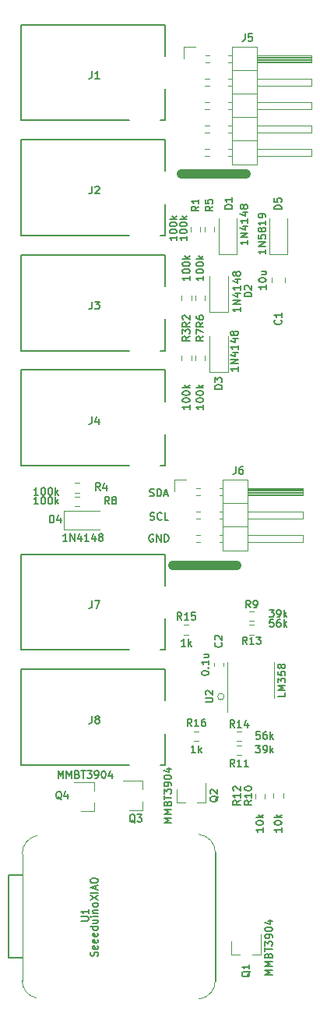
<source format=gbr>
%TF.GenerationSoftware,KiCad,Pcbnew,(5.1.9-0-10_14)*%
%TF.CreationDate,2021-03-07T22:41:29+09:00*%
%TF.ProjectId,jade_hardware,6a616465-5f68-4617-9264-776172652e6b,A*%
%TF.SameCoordinates,Original*%
%TF.FileFunction,Legend,Top*%
%TF.FilePolarity,Positive*%
%FSLAX46Y46*%
G04 Gerber Fmt 4.6, Leading zero omitted, Abs format (unit mm)*
G04 Created by KiCad (PCBNEW (5.1.9-0-10_14)) date 2021-03-07 22:41:29*
%MOMM*%
%LPD*%
G01*
G04 APERTURE LIST*
%ADD10C,0.150000*%
%ADD11C,1.000000*%
%ADD12C,0.120000*%
%ADD13C,0.127000*%
%ADD14O,1.998980X2.748280*%
%ADD15R,0.900000X0.800000*%
%ADD16R,0.800000X0.900000*%
%ADD17O,1.700000X1.700000*%
%ADD18R,1.700000X1.700000*%
%ADD19R,1.200000X0.900000*%
%ADD20R,0.900000X1.200000*%
G04 APERTURE END LIST*
D10*
X129028571Y-103473809D02*
X129142857Y-103511904D01*
X129333333Y-103511904D01*
X129409523Y-103473809D01*
X129447619Y-103435714D01*
X129485714Y-103359523D01*
X129485714Y-103283333D01*
X129447619Y-103207142D01*
X129409523Y-103169047D01*
X129333333Y-103130952D01*
X129180952Y-103092857D01*
X129104761Y-103054761D01*
X129066666Y-103016666D01*
X129028571Y-102940476D01*
X129028571Y-102864285D01*
X129066666Y-102788095D01*
X129104761Y-102750000D01*
X129180952Y-102711904D01*
X129371428Y-102711904D01*
X129485714Y-102750000D01*
X129828571Y-103511904D02*
X129828571Y-102711904D01*
X130019047Y-102711904D01*
X130133333Y-102750000D01*
X130209523Y-102826190D01*
X130247619Y-102902380D01*
X130285714Y-103054761D01*
X130285714Y-103169047D01*
X130247619Y-103321428D01*
X130209523Y-103397619D01*
X130133333Y-103473809D01*
X130019047Y-103511904D01*
X129828571Y-103511904D01*
X130590476Y-103283333D02*
X130971428Y-103283333D01*
X130514285Y-103511904D02*
X130780952Y-102711904D01*
X131047619Y-103511904D01*
X129390476Y-107700000D02*
X129314285Y-107661904D01*
X129200000Y-107661904D01*
X129085714Y-107700000D01*
X129009523Y-107776190D01*
X128971428Y-107852380D01*
X128933333Y-108004761D01*
X128933333Y-108119047D01*
X128971428Y-108271428D01*
X129009523Y-108347619D01*
X129085714Y-108423809D01*
X129200000Y-108461904D01*
X129276190Y-108461904D01*
X129390476Y-108423809D01*
X129428571Y-108385714D01*
X129428571Y-108119047D01*
X129276190Y-108119047D01*
X129771428Y-108461904D02*
X129771428Y-107661904D01*
X130228571Y-108461904D01*
X130228571Y-107661904D01*
X130609523Y-108461904D02*
X130609523Y-107661904D01*
X130800000Y-107661904D01*
X130914285Y-107700000D01*
X130990476Y-107776190D01*
X131028571Y-107852380D01*
X131066666Y-108004761D01*
X131066666Y-108119047D01*
X131028571Y-108271428D01*
X130990476Y-108347619D01*
X130914285Y-108423809D01*
X130800000Y-108461904D01*
X130609523Y-108461904D01*
X129047619Y-106023809D02*
X129161904Y-106061904D01*
X129352380Y-106061904D01*
X129428571Y-106023809D01*
X129466666Y-105985714D01*
X129504761Y-105909523D01*
X129504761Y-105833333D01*
X129466666Y-105757142D01*
X129428571Y-105719047D01*
X129352380Y-105680952D01*
X129200000Y-105642857D01*
X129123809Y-105604761D01*
X129085714Y-105566666D01*
X129047619Y-105490476D01*
X129047619Y-105414285D01*
X129085714Y-105338095D01*
X129123809Y-105300000D01*
X129200000Y-105261904D01*
X129390476Y-105261904D01*
X129504761Y-105300000D01*
X130304761Y-105985714D02*
X130266666Y-106023809D01*
X130152380Y-106061904D01*
X130076190Y-106061904D01*
X129961904Y-106023809D01*
X129885714Y-105947619D01*
X129847619Y-105871428D01*
X129809523Y-105719047D01*
X129809523Y-105604761D01*
X129847619Y-105452380D01*
X129885714Y-105376190D01*
X129961904Y-105300000D01*
X130076190Y-105261904D01*
X130152380Y-105261904D01*
X130266666Y-105300000D01*
X130304761Y-105338095D01*
X131028571Y-106061904D02*
X130647619Y-106061904D01*
X130647619Y-105261904D01*
D11*
X131500000Y-111000000D02*
X138500000Y-111000000D01*
X132500000Y-68500000D02*
X139500000Y-68500000D01*
D12*
X137100000Y-125250000D02*
G75*
G03*
X137100000Y-125250000I-350000J0D01*
G01*
D13*
%TO.C,U1*%
X136150000Y-156100000D02*
X136150000Y-142200000D01*
D12*
X115150000Y-142300000D02*
X115150000Y-156100000D01*
D13*
X113626880Y-153600720D02*
X113626880Y-144606580D01*
X113626880Y-144606580D02*
X115150000Y-144600000D01*
X115150000Y-153600000D02*
X113626880Y-153605800D01*
D12*
X116757768Y-140338839D02*
G75*
G03*
X115150000Y-142300000I392232J-1961161D01*
G01*
X116650000Y-157958807D02*
G75*
G02*
X115143494Y-156100000I393494J1858807D01*
G01*
X134348639Y-158090111D02*
G75*
G03*
X136150000Y-156100000I-198639J1990111D01*
G01*
X134349007Y-140209926D02*
G75*
G02*
X136150000Y-142200000I-199007J-1990074D01*
G01*
%TO.C,U2*%
X137440000Y-123500000D02*
X137440000Y-126950000D01*
X137440000Y-123500000D02*
X137440000Y-121550000D01*
X142560000Y-123500000D02*
X142560000Y-125450000D01*
X142560000Y-123500000D02*
X142560000Y-121550000D01*
%TO.C,R16*%
X133833776Y-130062500D02*
X134343224Y-130062500D01*
X133833776Y-129017500D02*
X134343224Y-129017500D01*
%TO.C,R15*%
X132745276Y-118522500D02*
X133254724Y-118522500D01*
X132745276Y-117477500D02*
X133254724Y-117477500D01*
%TO.C,R14*%
X138452776Y-130062500D02*
X138962224Y-130062500D01*
X138452776Y-129017500D02*
X138962224Y-129017500D01*
%TO.C,R13*%
X139832776Y-118522500D02*
X140342224Y-118522500D01*
X139832776Y-117477500D02*
X140342224Y-117477500D01*
%TO.C,R12*%
X140477500Y-135832776D02*
X140477500Y-136342224D01*
X141522500Y-135832776D02*
X141522500Y-136342224D01*
%TO.C,R11*%
X138962224Y-130541500D02*
X138452776Y-130541500D01*
X138962224Y-131586500D02*
X138452776Y-131586500D01*
%TO.C,R10*%
X142477500Y-135745276D02*
X142477500Y-136254724D01*
X143522500Y-135745276D02*
X143522500Y-136254724D01*
%TO.C,R9*%
X140342224Y-115977500D02*
X139832776Y-115977500D01*
X140342224Y-117022500D02*
X139832776Y-117022500D01*
%TO.C,R8*%
X121377224Y-103577500D02*
X120867776Y-103577500D01*
X121377224Y-104622500D02*
X120867776Y-104622500D01*
%TO.C,R7*%
X133977500Y-88245276D02*
X133977500Y-88754724D01*
X135022500Y-88245276D02*
X135022500Y-88754724D01*
%TO.C,R6*%
X133977500Y-81745276D02*
X133977500Y-82254724D01*
X135022500Y-81745276D02*
X135022500Y-82254724D01*
%TO.C,R5*%
X134977500Y-74245276D02*
X134977500Y-74754724D01*
X136022500Y-74245276D02*
X136022500Y-74754724D01*
%TO.C,R4*%
X120867776Y-103122500D02*
X121377224Y-103122500D01*
X120867776Y-102077500D02*
X121377224Y-102077500D01*
%TO.C,R3*%
X133522500Y-88754724D02*
X133522500Y-88245276D01*
X132477500Y-88754724D02*
X132477500Y-88245276D01*
%TO.C,R2*%
X133522500Y-82254724D02*
X133522500Y-81745276D01*
X132477500Y-82254724D02*
X132477500Y-81745276D01*
%TO.C,R1*%
X134522500Y-74754724D02*
X134522500Y-74245276D01*
X133477500Y-74754724D02*
X133477500Y-74245276D01*
%TO.C,Q4*%
X122960000Y-137680000D02*
X121500000Y-137680000D01*
X122960000Y-134520000D02*
X120800000Y-134520000D01*
X122960000Y-134520000D02*
X122960000Y-135450000D01*
X122960000Y-137680000D02*
X122960000Y-136750000D01*
%TO.C,Q3*%
X128260000Y-137580000D02*
X126800000Y-137580000D01*
X128260000Y-134420000D02*
X126100000Y-134420000D01*
X128260000Y-134420000D02*
X128260000Y-135350000D01*
X128260000Y-137580000D02*
X128260000Y-136650000D01*
%TO.C,Q2*%
X131920000Y-136760000D02*
X131920000Y-135300000D01*
X135080000Y-136760000D02*
X135080000Y-134600000D01*
X135080000Y-136760000D02*
X134150000Y-136760000D01*
X131920000Y-136760000D02*
X132850000Y-136760000D01*
%TO.C,Q1*%
X137920000Y-153260000D02*
X137920000Y-151800000D01*
X141080000Y-153260000D02*
X141080000Y-151100000D01*
X141080000Y-153260000D02*
X140150000Y-153260000D01*
X137920000Y-153260000D02*
X138850000Y-153260000D01*
D10*
%TO.C,J8*%
X130700000Y-125700000D02*
X130700000Y-122300000D01*
X130700000Y-122300000D02*
X115000000Y-122300000D01*
X130700000Y-132700000D02*
X130700000Y-129300000D01*
X115000000Y-132700000D02*
X126800000Y-132700000D01*
X115000000Y-122300000D02*
X115000000Y-132700000D01*
X130200000Y-132700000D02*
X130700000Y-132700000D01*
%TO.C,J7*%
X130700000Y-113200000D02*
X130700000Y-109800000D01*
X130700000Y-109800000D02*
X115000000Y-109800000D01*
X130700000Y-120200000D02*
X130700000Y-116800000D01*
X115000000Y-120200000D02*
X126800000Y-120200000D01*
X115000000Y-109800000D02*
X115000000Y-120200000D01*
X130200000Y-120200000D02*
X130700000Y-120200000D01*
D12*
%TO.C,J6*%
X131730000Y-101730000D02*
X133000000Y-101730000D01*
X131730000Y-103000000D02*
X131730000Y-101730000D01*
X134042929Y-108460000D02*
X134497071Y-108460000D01*
X134042929Y-107700000D02*
X134497071Y-107700000D01*
X136582929Y-108460000D02*
X136980000Y-108460000D01*
X136582929Y-107700000D02*
X136980000Y-107700000D01*
X145640000Y-108460000D02*
X139640000Y-108460000D01*
X145640000Y-107700000D02*
X145640000Y-108460000D01*
X139640000Y-107700000D02*
X145640000Y-107700000D01*
X136980000Y-106810000D02*
X139640000Y-106810000D01*
X134042929Y-105920000D02*
X134497071Y-105920000D01*
X134042929Y-105160000D02*
X134497071Y-105160000D01*
X136582929Y-105920000D02*
X136980000Y-105920000D01*
X136582929Y-105160000D02*
X136980000Y-105160000D01*
X145640000Y-105920000D02*
X139640000Y-105920000D01*
X145640000Y-105160000D02*
X145640000Y-105920000D01*
X139640000Y-105160000D02*
X145640000Y-105160000D01*
X136980000Y-104270000D02*
X139640000Y-104270000D01*
X134110000Y-103380000D02*
X134497071Y-103380000D01*
X134110000Y-102620000D02*
X134497071Y-102620000D01*
X136582929Y-103380000D02*
X136980000Y-103380000D01*
X136582929Y-102620000D02*
X136980000Y-102620000D01*
X139640000Y-103280000D02*
X145640000Y-103280000D01*
X139640000Y-103160000D02*
X145640000Y-103160000D01*
X139640000Y-103040000D02*
X145640000Y-103040000D01*
X139640000Y-102920000D02*
X145640000Y-102920000D01*
X139640000Y-102800000D02*
X145640000Y-102800000D01*
X139640000Y-102680000D02*
X145640000Y-102680000D01*
X145640000Y-103380000D02*
X139640000Y-103380000D01*
X145640000Y-102620000D02*
X145640000Y-103380000D01*
X139640000Y-102620000D02*
X145640000Y-102620000D01*
X139640000Y-101670000D02*
X136980000Y-101670000D01*
X139640000Y-109410000D02*
X139640000Y-101670000D01*
X136980000Y-109410000D02*
X139640000Y-109410000D01*
X136980000Y-101670000D02*
X136980000Y-109410000D01*
%TO.C,J5*%
X132730000Y-54730000D02*
X134000000Y-54730000D01*
X132730000Y-56000000D02*
X132730000Y-54730000D01*
X135042929Y-66540000D02*
X135497071Y-66540000D01*
X135042929Y-65780000D02*
X135497071Y-65780000D01*
X137582929Y-66540000D02*
X137980000Y-66540000D01*
X137582929Y-65780000D02*
X137980000Y-65780000D01*
X146640000Y-66540000D02*
X140640000Y-66540000D01*
X146640000Y-65780000D02*
X146640000Y-66540000D01*
X140640000Y-65780000D02*
X146640000Y-65780000D01*
X137980000Y-64890000D02*
X140640000Y-64890000D01*
X135042929Y-64000000D02*
X135497071Y-64000000D01*
X135042929Y-63240000D02*
X135497071Y-63240000D01*
X137582929Y-64000000D02*
X137980000Y-64000000D01*
X137582929Y-63240000D02*
X137980000Y-63240000D01*
X146640000Y-64000000D02*
X140640000Y-64000000D01*
X146640000Y-63240000D02*
X146640000Y-64000000D01*
X140640000Y-63240000D02*
X146640000Y-63240000D01*
X137980000Y-62350000D02*
X140640000Y-62350000D01*
X135042929Y-61460000D02*
X135497071Y-61460000D01*
X135042929Y-60700000D02*
X135497071Y-60700000D01*
X137582929Y-61460000D02*
X137980000Y-61460000D01*
X137582929Y-60700000D02*
X137980000Y-60700000D01*
X146640000Y-61460000D02*
X140640000Y-61460000D01*
X146640000Y-60700000D02*
X146640000Y-61460000D01*
X140640000Y-60700000D02*
X146640000Y-60700000D01*
X137980000Y-59810000D02*
X140640000Y-59810000D01*
X135042929Y-58920000D02*
X135497071Y-58920000D01*
X135042929Y-58160000D02*
X135497071Y-58160000D01*
X137582929Y-58920000D02*
X137980000Y-58920000D01*
X137582929Y-58160000D02*
X137980000Y-58160000D01*
X146640000Y-58920000D02*
X140640000Y-58920000D01*
X146640000Y-58160000D02*
X146640000Y-58920000D01*
X140640000Y-58160000D02*
X146640000Y-58160000D01*
X137980000Y-57270000D02*
X140640000Y-57270000D01*
X135110000Y-56380000D02*
X135497071Y-56380000D01*
X135110000Y-55620000D02*
X135497071Y-55620000D01*
X137582929Y-56380000D02*
X137980000Y-56380000D01*
X137582929Y-55620000D02*
X137980000Y-55620000D01*
X140640000Y-56280000D02*
X146640000Y-56280000D01*
X140640000Y-56160000D02*
X146640000Y-56160000D01*
X140640000Y-56040000D02*
X146640000Y-56040000D01*
X140640000Y-55920000D02*
X146640000Y-55920000D01*
X140640000Y-55800000D02*
X146640000Y-55800000D01*
X140640000Y-55680000D02*
X146640000Y-55680000D01*
X146640000Y-56380000D02*
X140640000Y-56380000D01*
X146640000Y-55620000D02*
X146640000Y-56380000D01*
X140640000Y-55620000D02*
X146640000Y-55620000D01*
X140640000Y-54670000D02*
X137980000Y-54670000D01*
X140640000Y-67490000D02*
X140640000Y-54670000D01*
X137980000Y-67490000D02*
X140640000Y-67490000D01*
X137980000Y-54670000D02*
X137980000Y-67490000D01*
D10*
%TO.C,J4*%
X130700000Y-93200000D02*
X130700000Y-89800000D01*
X130700000Y-89800000D02*
X115000000Y-89800000D01*
X130700000Y-100200000D02*
X130700000Y-96800000D01*
X115000000Y-100200000D02*
X126800000Y-100200000D01*
X115000000Y-89800000D02*
X115000000Y-100200000D01*
X130200000Y-100200000D02*
X130700000Y-100200000D01*
%TO.C,J3*%
X130700000Y-80700000D02*
X130700000Y-77300000D01*
X130700000Y-77300000D02*
X115000000Y-77300000D01*
X130700000Y-87700000D02*
X130700000Y-84300000D01*
X115000000Y-87700000D02*
X126800000Y-87700000D01*
X115000000Y-77300000D02*
X115000000Y-87700000D01*
X130200000Y-87700000D02*
X130700000Y-87700000D01*
%TO.C,J2*%
X130700000Y-68200000D02*
X130700000Y-64800000D01*
X130700000Y-64800000D02*
X115000000Y-64800000D01*
X130700000Y-75200000D02*
X130700000Y-71800000D01*
X115000000Y-75200000D02*
X126800000Y-75200000D01*
X115000000Y-64800000D02*
X115000000Y-75200000D01*
X130200000Y-75200000D02*
X130700000Y-75200000D01*
%TO.C,J1*%
X130700000Y-55700000D02*
X130700000Y-52300000D01*
X130700000Y-52300000D02*
X115000000Y-52300000D01*
X130700000Y-62700000D02*
X130700000Y-59300000D01*
X115000000Y-62700000D02*
X126800000Y-62700000D01*
X115000000Y-52300000D02*
X115000000Y-62700000D01*
X130200000Y-62700000D02*
X130700000Y-62700000D01*
D12*
%TO.C,D5*%
X142000000Y-77250000D02*
X142000000Y-73350000D01*
X144000000Y-77250000D02*
X144000000Y-73350000D01*
X142000000Y-77250000D02*
X144000000Y-77250000D01*
%TO.C,D4*%
X119650000Y-105100000D02*
X123550000Y-105100000D01*
X119650000Y-107100000D02*
X123550000Y-107100000D01*
X119650000Y-105100000D02*
X119650000Y-107100000D01*
%TO.C,D3*%
X135500000Y-90007000D02*
X135500000Y-86107000D01*
X137500000Y-90007000D02*
X137500000Y-86107000D01*
X135500000Y-90007000D02*
X137500000Y-90007000D01*
%TO.C,D2*%
X135500000Y-83531000D02*
X135500000Y-79631000D01*
X137500000Y-83531000D02*
X137500000Y-79631000D01*
X135500000Y-83531000D02*
X137500000Y-83531000D01*
%TO.C,D1*%
X136500000Y-77250000D02*
X136500000Y-73350000D01*
X138500000Y-77250000D02*
X138500000Y-73350000D01*
X136500000Y-77250000D02*
X138500000Y-77250000D01*
%TO.C,C2*%
X135990000Y-121616233D02*
X135990000Y-121908767D01*
X137010000Y-121616233D02*
X137010000Y-121908767D01*
%TO.C,C1*%
X142265000Y-79776248D02*
X142265000Y-80298752D01*
X143735000Y-79776248D02*
X143735000Y-80298752D01*
%TO.C,U1*%
D10*
X121561904Y-149609523D02*
X122209523Y-149609523D01*
X122285714Y-149571428D01*
X122323809Y-149533333D01*
X122361904Y-149457142D01*
X122361904Y-149304761D01*
X122323809Y-149228571D01*
X122285714Y-149190476D01*
X122209523Y-149152380D01*
X121561904Y-149152380D01*
X122361904Y-148352380D02*
X122361904Y-148809523D01*
X122361904Y-148580952D02*
X121561904Y-148580952D01*
X121676190Y-148657142D01*
X121752380Y-148733333D01*
X121790476Y-148809523D01*
X123323809Y-153428571D02*
X123361904Y-153314285D01*
X123361904Y-153123809D01*
X123323809Y-153047619D01*
X123285714Y-153009523D01*
X123209523Y-152971428D01*
X123133333Y-152971428D01*
X123057142Y-153009523D01*
X123019047Y-153047619D01*
X122980952Y-153123809D01*
X122942857Y-153276190D01*
X122904761Y-153352380D01*
X122866666Y-153390476D01*
X122790476Y-153428571D01*
X122714285Y-153428571D01*
X122638095Y-153390476D01*
X122600000Y-153352380D01*
X122561904Y-153276190D01*
X122561904Y-153085714D01*
X122600000Y-152971428D01*
X123323809Y-152323809D02*
X123361904Y-152400000D01*
X123361904Y-152552380D01*
X123323809Y-152628571D01*
X123247619Y-152666666D01*
X122942857Y-152666666D01*
X122866666Y-152628571D01*
X122828571Y-152552380D01*
X122828571Y-152400000D01*
X122866666Y-152323809D01*
X122942857Y-152285714D01*
X123019047Y-152285714D01*
X123095238Y-152666666D01*
X123323809Y-151638095D02*
X123361904Y-151714285D01*
X123361904Y-151866666D01*
X123323809Y-151942857D01*
X123247619Y-151980952D01*
X122942857Y-151980952D01*
X122866666Y-151942857D01*
X122828571Y-151866666D01*
X122828571Y-151714285D01*
X122866666Y-151638095D01*
X122942857Y-151600000D01*
X123019047Y-151600000D01*
X123095238Y-151980952D01*
X123323809Y-150952380D02*
X123361904Y-151028571D01*
X123361904Y-151180952D01*
X123323809Y-151257142D01*
X123247619Y-151295238D01*
X122942857Y-151295238D01*
X122866666Y-151257142D01*
X122828571Y-151180952D01*
X122828571Y-151028571D01*
X122866666Y-150952380D01*
X122942857Y-150914285D01*
X123019047Y-150914285D01*
X123095238Y-151295238D01*
X123361904Y-150228571D02*
X122561904Y-150228571D01*
X123323809Y-150228571D02*
X123361904Y-150304761D01*
X123361904Y-150457142D01*
X123323809Y-150533333D01*
X123285714Y-150571428D01*
X123209523Y-150609523D01*
X122980952Y-150609523D01*
X122904761Y-150571428D01*
X122866666Y-150533333D01*
X122828571Y-150457142D01*
X122828571Y-150304761D01*
X122866666Y-150228571D01*
X122828571Y-149504761D02*
X123361904Y-149504761D01*
X122828571Y-149847619D02*
X123247619Y-149847619D01*
X123323809Y-149809523D01*
X123361904Y-149733333D01*
X123361904Y-149619047D01*
X123323809Y-149542857D01*
X123285714Y-149504761D01*
X123361904Y-149123809D02*
X122828571Y-149123809D01*
X122561904Y-149123809D02*
X122600000Y-149161904D01*
X122638095Y-149123809D01*
X122600000Y-149085714D01*
X122561904Y-149123809D01*
X122638095Y-149123809D01*
X122828571Y-148742857D02*
X123361904Y-148742857D01*
X122904761Y-148742857D02*
X122866666Y-148704761D01*
X122828571Y-148628571D01*
X122828571Y-148514285D01*
X122866666Y-148438095D01*
X122942857Y-148400000D01*
X123361904Y-148400000D01*
X123361904Y-147904761D02*
X123323809Y-147980952D01*
X123285714Y-148019047D01*
X123209523Y-148057142D01*
X122980952Y-148057142D01*
X122904761Y-148019047D01*
X122866666Y-147980952D01*
X122828571Y-147904761D01*
X122828571Y-147790476D01*
X122866666Y-147714285D01*
X122904761Y-147676190D01*
X122980952Y-147638095D01*
X123209523Y-147638095D01*
X123285714Y-147676190D01*
X123323809Y-147714285D01*
X123361904Y-147790476D01*
X123361904Y-147904761D01*
X122561904Y-147371428D02*
X123361904Y-146838095D01*
X122561904Y-146838095D02*
X123361904Y-147371428D01*
X123361904Y-146533333D02*
X122561904Y-146533333D01*
X123133333Y-146190476D02*
X123133333Y-145809523D01*
X123361904Y-146266666D02*
X122561904Y-146000000D01*
X123361904Y-145733333D01*
X122561904Y-145314285D02*
X122561904Y-145161904D01*
X122600000Y-145085714D01*
X122676190Y-145009523D01*
X122828571Y-144971428D01*
X123095238Y-144971428D01*
X123247619Y-145009523D01*
X123323809Y-145085714D01*
X123361904Y-145161904D01*
X123361904Y-145314285D01*
X123323809Y-145390476D01*
X123247619Y-145466666D01*
X123095238Y-145504761D01*
X122828571Y-145504761D01*
X122676190Y-145466666D01*
X122600000Y-145390476D01*
X122561904Y-145314285D01*
%TO.C,U2*%
X135061904Y-125859523D02*
X135709523Y-125859523D01*
X135785714Y-125821428D01*
X135823809Y-125783333D01*
X135861904Y-125707142D01*
X135861904Y-125554761D01*
X135823809Y-125478571D01*
X135785714Y-125440476D01*
X135709523Y-125402380D01*
X135061904Y-125402380D01*
X135138095Y-125059523D02*
X135100000Y-125021428D01*
X135061904Y-124945238D01*
X135061904Y-124754761D01*
X135100000Y-124678571D01*
X135138095Y-124640476D01*
X135214285Y-124602380D01*
X135290476Y-124602380D01*
X135404761Y-124640476D01*
X135861904Y-125097619D01*
X135861904Y-124602380D01*
X143761904Y-124852380D02*
X143761904Y-125233333D01*
X142961904Y-125233333D01*
X143761904Y-124585714D02*
X142961904Y-124585714D01*
X143533333Y-124319047D01*
X142961904Y-124052380D01*
X143761904Y-124052380D01*
X142961904Y-123747619D02*
X142961904Y-123252380D01*
X143266666Y-123519047D01*
X143266666Y-123404761D01*
X143304761Y-123328571D01*
X143342857Y-123290476D01*
X143419047Y-123252380D01*
X143609523Y-123252380D01*
X143685714Y-123290476D01*
X143723809Y-123328571D01*
X143761904Y-123404761D01*
X143761904Y-123633333D01*
X143723809Y-123709523D01*
X143685714Y-123747619D01*
X142961904Y-122528571D02*
X142961904Y-122909523D01*
X143342857Y-122947619D01*
X143304761Y-122909523D01*
X143266666Y-122833333D01*
X143266666Y-122642857D01*
X143304761Y-122566666D01*
X143342857Y-122528571D01*
X143419047Y-122490476D01*
X143609523Y-122490476D01*
X143685714Y-122528571D01*
X143723809Y-122566666D01*
X143761904Y-122642857D01*
X143761904Y-122833333D01*
X143723809Y-122909523D01*
X143685714Y-122947619D01*
X143304761Y-122033333D02*
X143266666Y-122109523D01*
X143228571Y-122147619D01*
X143152380Y-122185714D01*
X143114285Y-122185714D01*
X143038095Y-122147619D01*
X143000000Y-122109523D01*
X142961904Y-122033333D01*
X142961904Y-121880952D01*
X143000000Y-121804761D01*
X143038095Y-121766666D01*
X143114285Y-121728571D01*
X143152380Y-121728571D01*
X143228571Y-121766666D01*
X143266666Y-121804761D01*
X143304761Y-121880952D01*
X143304761Y-122033333D01*
X143342857Y-122109523D01*
X143380952Y-122147619D01*
X143457142Y-122185714D01*
X143609523Y-122185714D01*
X143685714Y-122147619D01*
X143723809Y-122109523D01*
X143761904Y-122033333D01*
X143761904Y-121880952D01*
X143723809Y-121804761D01*
X143685714Y-121766666D01*
X143609523Y-121728571D01*
X143457142Y-121728571D01*
X143380952Y-121766666D01*
X143342857Y-121804761D01*
X143304761Y-121880952D01*
%TO.C,R16*%
X133574214Y-128471904D02*
X133307547Y-128090952D01*
X133117071Y-128471904D02*
X133117071Y-127671904D01*
X133421833Y-127671904D01*
X133498023Y-127710000D01*
X133536119Y-127748095D01*
X133574214Y-127824285D01*
X133574214Y-127938571D01*
X133536119Y-128014761D01*
X133498023Y-128052857D01*
X133421833Y-128090952D01*
X133117071Y-128090952D01*
X134336119Y-128471904D02*
X133878976Y-128471904D01*
X134107547Y-128471904D02*
X134107547Y-127671904D01*
X134031357Y-127786190D01*
X133955166Y-127862380D01*
X133878976Y-127900476D01*
X135021833Y-127671904D02*
X134869452Y-127671904D01*
X134793261Y-127710000D01*
X134755166Y-127748095D01*
X134678976Y-127862380D01*
X134640880Y-128014761D01*
X134640880Y-128319523D01*
X134678976Y-128395714D01*
X134717071Y-128433809D01*
X134793261Y-128471904D01*
X134945642Y-128471904D01*
X135021833Y-128433809D01*
X135059928Y-128395714D01*
X135098023Y-128319523D01*
X135098023Y-128129047D01*
X135059928Y-128052857D01*
X135021833Y-128014761D01*
X134945642Y-127976666D01*
X134793261Y-127976666D01*
X134717071Y-128014761D01*
X134678976Y-128052857D01*
X134640880Y-128129047D01*
X133993261Y-131331904D02*
X133536119Y-131331904D01*
X133764690Y-131331904D02*
X133764690Y-130531904D01*
X133688500Y-130646190D01*
X133612309Y-130722380D01*
X133536119Y-130760476D01*
X134336119Y-131331904D02*
X134336119Y-130531904D01*
X134412309Y-131027142D02*
X134640880Y-131331904D01*
X134640880Y-130798571D02*
X134336119Y-131103333D01*
%TO.C,R15*%
X132485714Y-116931904D02*
X132219047Y-116550952D01*
X132028571Y-116931904D02*
X132028571Y-116131904D01*
X132333333Y-116131904D01*
X132409523Y-116170000D01*
X132447619Y-116208095D01*
X132485714Y-116284285D01*
X132485714Y-116398571D01*
X132447619Y-116474761D01*
X132409523Y-116512857D01*
X132333333Y-116550952D01*
X132028571Y-116550952D01*
X133247619Y-116931904D02*
X132790476Y-116931904D01*
X133019047Y-116931904D02*
X133019047Y-116131904D01*
X132942857Y-116246190D01*
X132866666Y-116322380D01*
X132790476Y-116360476D01*
X133971428Y-116131904D02*
X133590476Y-116131904D01*
X133552380Y-116512857D01*
X133590476Y-116474761D01*
X133666666Y-116436666D01*
X133857142Y-116436666D01*
X133933333Y-116474761D01*
X133971428Y-116512857D01*
X134009523Y-116589047D01*
X134009523Y-116779523D01*
X133971428Y-116855714D01*
X133933333Y-116893809D01*
X133857142Y-116931904D01*
X133666666Y-116931904D01*
X133590476Y-116893809D01*
X133552380Y-116855714D01*
X132904761Y-119791904D02*
X132447619Y-119791904D01*
X132676190Y-119791904D02*
X132676190Y-118991904D01*
X132600000Y-119106190D01*
X132523809Y-119182380D01*
X132447619Y-119220476D01*
X133247619Y-119791904D02*
X133247619Y-118991904D01*
X133323809Y-119487142D02*
X133552380Y-119791904D01*
X133552380Y-119258571D02*
X133247619Y-119563333D01*
%TO.C,R14*%
X138235714Y-128611904D02*
X137969047Y-128230952D01*
X137778571Y-128611904D02*
X137778571Y-127811904D01*
X138083333Y-127811904D01*
X138159523Y-127850000D01*
X138197619Y-127888095D01*
X138235714Y-127964285D01*
X138235714Y-128078571D01*
X138197619Y-128154761D01*
X138159523Y-128192857D01*
X138083333Y-128230952D01*
X137778571Y-128230952D01*
X138997619Y-128611904D02*
X138540476Y-128611904D01*
X138769047Y-128611904D02*
X138769047Y-127811904D01*
X138692857Y-127926190D01*
X138616666Y-128002380D01*
X138540476Y-128040476D01*
X139683333Y-128078571D02*
X139683333Y-128611904D01*
X139492857Y-127773809D02*
X139302380Y-128345238D01*
X139797619Y-128345238D01*
X140985714Y-129061904D02*
X140604761Y-129061904D01*
X140566666Y-129442857D01*
X140604761Y-129404761D01*
X140680952Y-129366666D01*
X140871428Y-129366666D01*
X140947619Y-129404761D01*
X140985714Y-129442857D01*
X141023809Y-129519047D01*
X141023809Y-129709523D01*
X140985714Y-129785714D01*
X140947619Y-129823809D01*
X140871428Y-129861904D01*
X140680952Y-129861904D01*
X140604761Y-129823809D01*
X140566666Y-129785714D01*
X141709523Y-129061904D02*
X141557142Y-129061904D01*
X141480952Y-129100000D01*
X141442857Y-129138095D01*
X141366666Y-129252380D01*
X141328571Y-129404761D01*
X141328571Y-129709523D01*
X141366666Y-129785714D01*
X141404761Y-129823809D01*
X141480952Y-129861904D01*
X141633333Y-129861904D01*
X141709523Y-129823809D01*
X141747619Y-129785714D01*
X141785714Y-129709523D01*
X141785714Y-129519047D01*
X141747619Y-129442857D01*
X141709523Y-129404761D01*
X141633333Y-129366666D01*
X141480952Y-129366666D01*
X141404761Y-129404761D01*
X141366666Y-129442857D01*
X141328571Y-129519047D01*
X142128571Y-129861904D02*
X142128571Y-129061904D01*
X142204761Y-129557142D02*
X142433333Y-129861904D01*
X142433333Y-129328571D02*
X142128571Y-129633333D01*
%TO.C,R13*%
X139585714Y-119561904D02*
X139319047Y-119180952D01*
X139128571Y-119561904D02*
X139128571Y-118761904D01*
X139433333Y-118761904D01*
X139509523Y-118800000D01*
X139547619Y-118838095D01*
X139585714Y-118914285D01*
X139585714Y-119028571D01*
X139547619Y-119104761D01*
X139509523Y-119142857D01*
X139433333Y-119180952D01*
X139128571Y-119180952D01*
X140347619Y-119561904D02*
X139890476Y-119561904D01*
X140119047Y-119561904D02*
X140119047Y-118761904D01*
X140042857Y-118876190D01*
X139966666Y-118952380D01*
X139890476Y-118990476D01*
X140614285Y-118761904D02*
X141109523Y-118761904D01*
X140842857Y-119066666D01*
X140957142Y-119066666D01*
X141033333Y-119104761D01*
X141071428Y-119142857D01*
X141109523Y-119219047D01*
X141109523Y-119409523D01*
X141071428Y-119485714D01*
X141033333Y-119523809D01*
X140957142Y-119561904D01*
X140728571Y-119561904D01*
X140652380Y-119523809D01*
X140614285Y-119485714D01*
X142485714Y-116861904D02*
X142104761Y-116861904D01*
X142066666Y-117242857D01*
X142104761Y-117204761D01*
X142180952Y-117166666D01*
X142371428Y-117166666D01*
X142447619Y-117204761D01*
X142485714Y-117242857D01*
X142523809Y-117319047D01*
X142523809Y-117509523D01*
X142485714Y-117585714D01*
X142447619Y-117623809D01*
X142371428Y-117661904D01*
X142180952Y-117661904D01*
X142104761Y-117623809D01*
X142066666Y-117585714D01*
X143209523Y-116861904D02*
X143057142Y-116861904D01*
X142980952Y-116900000D01*
X142942857Y-116938095D01*
X142866666Y-117052380D01*
X142828571Y-117204761D01*
X142828571Y-117509523D01*
X142866666Y-117585714D01*
X142904761Y-117623809D01*
X142980952Y-117661904D01*
X143133333Y-117661904D01*
X143209523Y-117623809D01*
X143247619Y-117585714D01*
X143285714Y-117509523D01*
X143285714Y-117319047D01*
X143247619Y-117242857D01*
X143209523Y-117204761D01*
X143133333Y-117166666D01*
X142980952Y-117166666D01*
X142904761Y-117204761D01*
X142866666Y-117242857D01*
X142828571Y-117319047D01*
X143628571Y-117661904D02*
X143628571Y-116861904D01*
X143704761Y-117357142D02*
X143933333Y-117661904D01*
X143933333Y-117128571D02*
X143628571Y-117433333D01*
%TO.C,R12*%
X138861904Y-136514285D02*
X138480952Y-136780952D01*
X138861904Y-136971428D02*
X138061904Y-136971428D01*
X138061904Y-136666666D01*
X138100000Y-136590476D01*
X138138095Y-136552380D01*
X138214285Y-136514285D01*
X138328571Y-136514285D01*
X138404761Y-136552380D01*
X138442857Y-136590476D01*
X138480952Y-136666666D01*
X138480952Y-136971428D01*
X138861904Y-135752380D02*
X138861904Y-136209523D01*
X138861904Y-135980952D02*
X138061904Y-135980952D01*
X138176190Y-136057142D01*
X138252380Y-136133333D01*
X138290476Y-136209523D01*
X138138095Y-135447619D02*
X138100000Y-135409523D01*
X138061904Y-135333333D01*
X138061904Y-135142857D01*
X138100000Y-135066666D01*
X138138095Y-135028571D01*
X138214285Y-134990476D01*
X138290476Y-134990476D01*
X138404761Y-135028571D01*
X138861904Y-135485714D01*
X138861904Y-134990476D01*
X141361904Y-139476190D02*
X141361904Y-139933333D01*
X141361904Y-139704761D02*
X140561904Y-139704761D01*
X140676190Y-139780952D01*
X140752380Y-139857142D01*
X140790476Y-139933333D01*
X140561904Y-138980952D02*
X140561904Y-138904761D01*
X140600000Y-138828571D01*
X140638095Y-138790476D01*
X140714285Y-138752380D01*
X140866666Y-138714285D01*
X141057142Y-138714285D01*
X141209523Y-138752380D01*
X141285714Y-138790476D01*
X141323809Y-138828571D01*
X141361904Y-138904761D01*
X141361904Y-138980952D01*
X141323809Y-139057142D01*
X141285714Y-139095238D01*
X141209523Y-139133333D01*
X141057142Y-139171428D01*
X140866666Y-139171428D01*
X140714285Y-139133333D01*
X140638095Y-139095238D01*
X140600000Y-139057142D01*
X140561904Y-138980952D01*
X141361904Y-138371428D02*
X140561904Y-138371428D01*
X141057142Y-138295238D02*
X141361904Y-138066666D01*
X140828571Y-138066666D02*
X141133333Y-138371428D01*
%TO.C,R11*%
X138235714Y-132861904D02*
X137969047Y-132480952D01*
X137778571Y-132861904D02*
X137778571Y-132061904D01*
X138083333Y-132061904D01*
X138159523Y-132100000D01*
X138197619Y-132138095D01*
X138235714Y-132214285D01*
X138235714Y-132328571D01*
X138197619Y-132404761D01*
X138159523Y-132442857D01*
X138083333Y-132480952D01*
X137778571Y-132480952D01*
X138997619Y-132861904D02*
X138540476Y-132861904D01*
X138769047Y-132861904D02*
X138769047Y-132061904D01*
X138692857Y-132176190D01*
X138616666Y-132252380D01*
X138540476Y-132290476D01*
X139759523Y-132861904D02*
X139302380Y-132861904D01*
X139530952Y-132861904D02*
X139530952Y-132061904D01*
X139454761Y-132176190D01*
X139378571Y-132252380D01*
X139302380Y-132290476D01*
X140528571Y-130561904D02*
X141023809Y-130561904D01*
X140757142Y-130866666D01*
X140871428Y-130866666D01*
X140947619Y-130904761D01*
X140985714Y-130942857D01*
X141023809Y-131019047D01*
X141023809Y-131209523D01*
X140985714Y-131285714D01*
X140947619Y-131323809D01*
X140871428Y-131361904D01*
X140642857Y-131361904D01*
X140566666Y-131323809D01*
X140528571Y-131285714D01*
X141404761Y-131361904D02*
X141557142Y-131361904D01*
X141633333Y-131323809D01*
X141671428Y-131285714D01*
X141747619Y-131171428D01*
X141785714Y-131019047D01*
X141785714Y-130714285D01*
X141747619Y-130638095D01*
X141709523Y-130600000D01*
X141633333Y-130561904D01*
X141480952Y-130561904D01*
X141404761Y-130600000D01*
X141366666Y-130638095D01*
X141328571Y-130714285D01*
X141328571Y-130904761D01*
X141366666Y-130980952D01*
X141404761Y-131019047D01*
X141480952Y-131057142D01*
X141633333Y-131057142D01*
X141709523Y-131019047D01*
X141747619Y-130980952D01*
X141785714Y-130904761D01*
X142128571Y-131361904D02*
X142128571Y-130561904D01*
X142204761Y-131057142D02*
X142433333Y-131361904D01*
X142433333Y-130828571D02*
X142128571Y-131133333D01*
%TO.C,R10*%
X140111904Y-136514285D02*
X139730952Y-136780952D01*
X140111904Y-136971428D02*
X139311904Y-136971428D01*
X139311904Y-136666666D01*
X139350000Y-136590476D01*
X139388095Y-136552380D01*
X139464285Y-136514285D01*
X139578571Y-136514285D01*
X139654761Y-136552380D01*
X139692857Y-136590476D01*
X139730952Y-136666666D01*
X139730952Y-136971428D01*
X140111904Y-135752380D02*
X140111904Y-136209523D01*
X140111904Y-135980952D02*
X139311904Y-135980952D01*
X139426190Y-136057142D01*
X139502380Y-136133333D01*
X139540476Y-136209523D01*
X139311904Y-135257142D02*
X139311904Y-135180952D01*
X139350000Y-135104761D01*
X139388095Y-135066666D01*
X139464285Y-135028571D01*
X139616666Y-134990476D01*
X139807142Y-134990476D01*
X139959523Y-135028571D01*
X140035714Y-135066666D01*
X140073809Y-135104761D01*
X140111904Y-135180952D01*
X140111904Y-135257142D01*
X140073809Y-135333333D01*
X140035714Y-135371428D01*
X139959523Y-135409523D01*
X139807142Y-135447619D01*
X139616666Y-135447619D01*
X139464285Y-135409523D01*
X139388095Y-135371428D01*
X139350000Y-135333333D01*
X139311904Y-135257142D01*
X143361904Y-139476190D02*
X143361904Y-139933333D01*
X143361904Y-139704761D02*
X142561904Y-139704761D01*
X142676190Y-139780952D01*
X142752380Y-139857142D01*
X142790476Y-139933333D01*
X142561904Y-138980952D02*
X142561904Y-138904761D01*
X142600000Y-138828571D01*
X142638095Y-138790476D01*
X142714285Y-138752380D01*
X142866666Y-138714285D01*
X143057142Y-138714285D01*
X143209523Y-138752380D01*
X143285714Y-138790476D01*
X143323809Y-138828571D01*
X143361904Y-138904761D01*
X143361904Y-138980952D01*
X143323809Y-139057142D01*
X143285714Y-139095238D01*
X143209523Y-139133333D01*
X143057142Y-139171428D01*
X142866666Y-139171428D01*
X142714285Y-139133333D01*
X142638095Y-139095238D01*
X142600000Y-139057142D01*
X142561904Y-138980952D01*
X143361904Y-138371428D02*
X142561904Y-138371428D01*
X143057142Y-138295238D02*
X143361904Y-138066666D01*
X142828571Y-138066666D02*
X143133333Y-138371428D01*
%TO.C,R9*%
X139966666Y-115611904D02*
X139700000Y-115230952D01*
X139509523Y-115611904D02*
X139509523Y-114811904D01*
X139814285Y-114811904D01*
X139890476Y-114850000D01*
X139928571Y-114888095D01*
X139966666Y-114964285D01*
X139966666Y-115078571D01*
X139928571Y-115154761D01*
X139890476Y-115192857D01*
X139814285Y-115230952D01*
X139509523Y-115230952D01*
X140347619Y-115611904D02*
X140500000Y-115611904D01*
X140576190Y-115573809D01*
X140614285Y-115535714D01*
X140690476Y-115421428D01*
X140728571Y-115269047D01*
X140728571Y-114964285D01*
X140690476Y-114888095D01*
X140652380Y-114850000D01*
X140576190Y-114811904D01*
X140423809Y-114811904D01*
X140347619Y-114850000D01*
X140309523Y-114888095D01*
X140271428Y-114964285D01*
X140271428Y-115154761D01*
X140309523Y-115230952D01*
X140347619Y-115269047D01*
X140423809Y-115307142D01*
X140576190Y-115307142D01*
X140652380Y-115269047D01*
X140690476Y-115230952D01*
X140728571Y-115154761D01*
X142028571Y-115811904D02*
X142523809Y-115811904D01*
X142257142Y-116116666D01*
X142371428Y-116116666D01*
X142447619Y-116154761D01*
X142485714Y-116192857D01*
X142523809Y-116269047D01*
X142523809Y-116459523D01*
X142485714Y-116535714D01*
X142447619Y-116573809D01*
X142371428Y-116611904D01*
X142142857Y-116611904D01*
X142066666Y-116573809D01*
X142028571Y-116535714D01*
X142904761Y-116611904D02*
X143057142Y-116611904D01*
X143133333Y-116573809D01*
X143171428Y-116535714D01*
X143247619Y-116421428D01*
X143285714Y-116269047D01*
X143285714Y-115964285D01*
X143247619Y-115888095D01*
X143209523Y-115850000D01*
X143133333Y-115811904D01*
X142980952Y-115811904D01*
X142904761Y-115850000D01*
X142866666Y-115888095D01*
X142828571Y-115964285D01*
X142828571Y-116154761D01*
X142866666Y-116230952D01*
X142904761Y-116269047D01*
X142980952Y-116307142D01*
X143133333Y-116307142D01*
X143209523Y-116269047D01*
X143247619Y-116230952D01*
X143285714Y-116154761D01*
X143628571Y-116611904D02*
X143628571Y-115811904D01*
X143704761Y-116307142D02*
X143933333Y-116611904D01*
X143933333Y-116078571D02*
X143628571Y-116383333D01*
%TO.C,R8*%
X124616666Y-104361904D02*
X124350000Y-103980952D01*
X124159523Y-104361904D02*
X124159523Y-103561904D01*
X124464285Y-103561904D01*
X124540476Y-103600000D01*
X124578571Y-103638095D01*
X124616666Y-103714285D01*
X124616666Y-103828571D01*
X124578571Y-103904761D01*
X124540476Y-103942857D01*
X124464285Y-103980952D01*
X124159523Y-103980952D01*
X125073809Y-103904761D02*
X124997619Y-103866666D01*
X124959523Y-103828571D01*
X124921428Y-103752380D01*
X124921428Y-103714285D01*
X124959523Y-103638095D01*
X124997619Y-103600000D01*
X125073809Y-103561904D01*
X125226190Y-103561904D01*
X125302380Y-103600000D01*
X125340476Y-103638095D01*
X125378571Y-103714285D01*
X125378571Y-103752380D01*
X125340476Y-103828571D01*
X125302380Y-103866666D01*
X125226190Y-103904761D01*
X125073809Y-103904761D01*
X124997619Y-103942857D01*
X124959523Y-103980952D01*
X124921428Y-104057142D01*
X124921428Y-104209523D01*
X124959523Y-104285714D01*
X124997619Y-104323809D01*
X125073809Y-104361904D01*
X125226190Y-104361904D01*
X125302380Y-104323809D01*
X125340476Y-104285714D01*
X125378571Y-104209523D01*
X125378571Y-104057142D01*
X125340476Y-103980952D01*
X125302380Y-103942857D01*
X125226190Y-103904761D01*
X116892857Y-104361904D02*
X116435714Y-104361904D01*
X116664285Y-104361904D02*
X116664285Y-103561904D01*
X116588095Y-103676190D01*
X116511904Y-103752380D01*
X116435714Y-103790476D01*
X117388095Y-103561904D02*
X117464285Y-103561904D01*
X117540476Y-103600000D01*
X117578571Y-103638095D01*
X117616666Y-103714285D01*
X117654761Y-103866666D01*
X117654761Y-104057142D01*
X117616666Y-104209523D01*
X117578571Y-104285714D01*
X117540476Y-104323809D01*
X117464285Y-104361904D01*
X117388095Y-104361904D01*
X117311904Y-104323809D01*
X117273809Y-104285714D01*
X117235714Y-104209523D01*
X117197619Y-104057142D01*
X117197619Y-103866666D01*
X117235714Y-103714285D01*
X117273809Y-103638095D01*
X117311904Y-103600000D01*
X117388095Y-103561904D01*
X118150000Y-103561904D02*
X118226190Y-103561904D01*
X118302380Y-103600000D01*
X118340476Y-103638095D01*
X118378571Y-103714285D01*
X118416666Y-103866666D01*
X118416666Y-104057142D01*
X118378571Y-104209523D01*
X118340476Y-104285714D01*
X118302380Y-104323809D01*
X118226190Y-104361904D01*
X118150000Y-104361904D01*
X118073809Y-104323809D01*
X118035714Y-104285714D01*
X117997619Y-104209523D01*
X117959523Y-104057142D01*
X117959523Y-103866666D01*
X117997619Y-103714285D01*
X118035714Y-103638095D01*
X118073809Y-103600000D01*
X118150000Y-103561904D01*
X118759523Y-104361904D02*
X118759523Y-103561904D01*
X118835714Y-104057142D02*
X119064285Y-104361904D01*
X119064285Y-103828571D02*
X118759523Y-104133333D01*
%TO.C,R7*%
X134861904Y-86133333D02*
X134480952Y-86400000D01*
X134861904Y-86590476D02*
X134061904Y-86590476D01*
X134061904Y-86285714D01*
X134100000Y-86209523D01*
X134138095Y-86171428D01*
X134214285Y-86133333D01*
X134328571Y-86133333D01*
X134404761Y-86171428D01*
X134442857Y-86209523D01*
X134480952Y-86285714D01*
X134480952Y-86590476D01*
X134061904Y-85866666D02*
X134061904Y-85333333D01*
X134861904Y-85676190D01*
X134861904Y-93607142D02*
X134861904Y-94064285D01*
X134861904Y-93835714D02*
X134061904Y-93835714D01*
X134176190Y-93911904D01*
X134252380Y-93988095D01*
X134290476Y-94064285D01*
X134061904Y-93111904D02*
X134061904Y-93035714D01*
X134100000Y-92959523D01*
X134138095Y-92921428D01*
X134214285Y-92883333D01*
X134366666Y-92845238D01*
X134557142Y-92845238D01*
X134709523Y-92883333D01*
X134785714Y-92921428D01*
X134823809Y-92959523D01*
X134861904Y-93035714D01*
X134861904Y-93111904D01*
X134823809Y-93188095D01*
X134785714Y-93226190D01*
X134709523Y-93264285D01*
X134557142Y-93302380D01*
X134366666Y-93302380D01*
X134214285Y-93264285D01*
X134138095Y-93226190D01*
X134100000Y-93188095D01*
X134061904Y-93111904D01*
X134061904Y-92350000D02*
X134061904Y-92273809D01*
X134100000Y-92197619D01*
X134138095Y-92159523D01*
X134214285Y-92121428D01*
X134366666Y-92083333D01*
X134557142Y-92083333D01*
X134709523Y-92121428D01*
X134785714Y-92159523D01*
X134823809Y-92197619D01*
X134861904Y-92273809D01*
X134861904Y-92350000D01*
X134823809Y-92426190D01*
X134785714Y-92464285D01*
X134709523Y-92502380D01*
X134557142Y-92540476D01*
X134366666Y-92540476D01*
X134214285Y-92502380D01*
X134138095Y-92464285D01*
X134100000Y-92426190D01*
X134061904Y-92350000D01*
X134861904Y-91740476D02*
X134061904Y-91740476D01*
X134557142Y-91664285D02*
X134861904Y-91435714D01*
X134328571Y-91435714D02*
X134633333Y-91740476D01*
%TO.C,R6*%
X134861904Y-84633333D02*
X134480952Y-84900000D01*
X134861904Y-85090476D02*
X134061904Y-85090476D01*
X134061904Y-84785714D01*
X134100000Y-84709523D01*
X134138095Y-84671428D01*
X134214285Y-84633333D01*
X134328571Y-84633333D01*
X134404761Y-84671428D01*
X134442857Y-84709523D01*
X134480952Y-84785714D01*
X134480952Y-85090476D01*
X134061904Y-83947619D02*
X134061904Y-84100000D01*
X134100000Y-84176190D01*
X134138095Y-84214285D01*
X134252380Y-84290476D01*
X134404761Y-84328571D01*
X134709523Y-84328571D01*
X134785714Y-84290476D01*
X134823809Y-84252380D01*
X134861904Y-84176190D01*
X134861904Y-84023809D01*
X134823809Y-83947619D01*
X134785714Y-83909523D01*
X134709523Y-83871428D01*
X134519047Y-83871428D01*
X134442857Y-83909523D01*
X134404761Y-83947619D01*
X134366666Y-84023809D01*
X134366666Y-84176190D01*
X134404761Y-84252380D01*
X134442857Y-84290476D01*
X134519047Y-84328571D01*
X134861904Y-79607142D02*
X134861904Y-80064285D01*
X134861904Y-79835714D02*
X134061904Y-79835714D01*
X134176190Y-79911904D01*
X134252380Y-79988095D01*
X134290476Y-80064285D01*
X134061904Y-79111904D02*
X134061904Y-79035714D01*
X134100000Y-78959523D01*
X134138095Y-78921428D01*
X134214285Y-78883333D01*
X134366666Y-78845238D01*
X134557142Y-78845238D01*
X134709523Y-78883333D01*
X134785714Y-78921428D01*
X134823809Y-78959523D01*
X134861904Y-79035714D01*
X134861904Y-79111904D01*
X134823809Y-79188095D01*
X134785714Y-79226190D01*
X134709523Y-79264285D01*
X134557142Y-79302380D01*
X134366666Y-79302380D01*
X134214285Y-79264285D01*
X134138095Y-79226190D01*
X134100000Y-79188095D01*
X134061904Y-79111904D01*
X134061904Y-78350000D02*
X134061904Y-78273809D01*
X134100000Y-78197619D01*
X134138095Y-78159523D01*
X134214285Y-78121428D01*
X134366666Y-78083333D01*
X134557142Y-78083333D01*
X134709523Y-78121428D01*
X134785714Y-78159523D01*
X134823809Y-78197619D01*
X134861904Y-78273809D01*
X134861904Y-78350000D01*
X134823809Y-78426190D01*
X134785714Y-78464285D01*
X134709523Y-78502380D01*
X134557142Y-78540476D01*
X134366666Y-78540476D01*
X134214285Y-78502380D01*
X134138095Y-78464285D01*
X134100000Y-78426190D01*
X134061904Y-78350000D01*
X134861904Y-77740476D02*
X134061904Y-77740476D01*
X134557142Y-77664285D02*
X134861904Y-77435714D01*
X134328571Y-77435714D02*
X134633333Y-77740476D01*
%TO.C,R5*%
X135861904Y-72033333D02*
X135480952Y-72300000D01*
X135861904Y-72490476D02*
X135061904Y-72490476D01*
X135061904Y-72185714D01*
X135100000Y-72109523D01*
X135138095Y-72071428D01*
X135214285Y-72033333D01*
X135328571Y-72033333D01*
X135404761Y-72071428D01*
X135442857Y-72109523D01*
X135480952Y-72185714D01*
X135480952Y-72490476D01*
X135061904Y-71309523D02*
X135061904Y-71690476D01*
X135442857Y-71728571D01*
X135404761Y-71690476D01*
X135366666Y-71614285D01*
X135366666Y-71423809D01*
X135404761Y-71347619D01*
X135442857Y-71309523D01*
X135519047Y-71271428D01*
X135709523Y-71271428D01*
X135785714Y-71309523D01*
X135823809Y-71347619D01*
X135861904Y-71423809D01*
X135861904Y-71614285D01*
X135823809Y-71690476D01*
X135785714Y-71728571D01*
X133061904Y-75257142D02*
X133061904Y-75714285D01*
X133061904Y-75485714D02*
X132261904Y-75485714D01*
X132376190Y-75561904D01*
X132452380Y-75638095D01*
X132490476Y-75714285D01*
X132261904Y-74761904D02*
X132261904Y-74685714D01*
X132300000Y-74609523D01*
X132338095Y-74571428D01*
X132414285Y-74533333D01*
X132566666Y-74495238D01*
X132757142Y-74495238D01*
X132909523Y-74533333D01*
X132985714Y-74571428D01*
X133023809Y-74609523D01*
X133061904Y-74685714D01*
X133061904Y-74761904D01*
X133023809Y-74838095D01*
X132985714Y-74876190D01*
X132909523Y-74914285D01*
X132757142Y-74952380D01*
X132566666Y-74952380D01*
X132414285Y-74914285D01*
X132338095Y-74876190D01*
X132300000Y-74838095D01*
X132261904Y-74761904D01*
X132261904Y-74000000D02*
X132261904Y-73923809D01*
X132300000Y-73847619D01*
X132338095Y-73809523D01*
X132414285Y-73771428D01*
X132566666Y-73733333D01*
X132757142Y-73733333D01*
X132909523Y-73771428D01*
X132985714Y-73809523D01*
X133023809Y-73847619D01*
X133061904Y-73923809D01*
X133061904Y-74000000D01*
X133023809Y-74076190D01*
X132985714Y-74114285D01*
X132909523Y-74152380D01*
X132757142Y-74190476D01*
X132566666Y-74190476D01*
X132414285Y-74152380D01*
X132338095Y-74114285D01*
X132300000Y-74076190D01*
X132261904Y-74000000D01*
X133061904Y-73390476D02*
X132261904Y-73390476D01*
X132757142Y-73314285D02*
X133061904Y-73085714D01*
X132528571Y-73085714D02*
X132833333Y-73390476D01*
%TO.C,R4*%
X123616666Y-102861904D02*
X123350000Y-102480952D01*
X123159523Y-102861904D02*
X123159523Y-102061904D01*
X123464285Y-102061904D01*
X123540476Y-102100000D01*
X123578571Y-102138095D01*
X123616666Y-102214285D01*
X123616666Y-102328571D01*
X123578571Y-102404761D01*
X123540476Y-102442857D01*
X123464285Y-102480952D01*
X123159523Y-102480952D01*
X124302380Y-102328571D02*
X124302380Y-102861904D01*
X124111904Y-102023809D02*
X123921428Y-102595238D01*
X124416666Y-102595238D01*
X116892857Y-103361904D02*
X116435714Y-103361904D01*
X116664285Y-103361904D02*
X116664285Y-102561904D01*
X116588095Y-102676190D01*
X116511904Y-102752380D01*
X116435714Y-102790476D01*
X117388095Y-102561904D02*
X117464285Y-102561904D01*
X117540476Y-102600000D01*
X117578571Y-102638095D01*
X117616666Y-102714285D01*
X117654761Y-102866666D01*
X117654761Y-103057142D01*
X117616666Y-103209523D01*
X117578571Y-103285714D01*
X117540476Y-103323809D01*
X117464285Y-103361904D01*
X117388095Y-103361904D01*
X117311904Y-103323809D01*
X117273809Y-103285714D01*
X117235714Y-103209523D01*
X117197619Y-103057142D01*
X117197619Y-102866666D01*
X117235714Y-102714285D01*
X117273809Y-102638095D01*
X117311904Y-102600000D01*
X117388095Y-102561904D01*
X118150000Y-102561904D02*
X118226190Y-102561904D01*
X118302380Y-102600000D01*
X118340476Y-102638095D01*
X118378571Y-102714285D01*
X118416666Y-102866666D01*
X118416666Y-103057142D01*
X118378571Y-103209523D01*
X118340476Y-103285714D01*
X118302380Y-103323809D01*
X118226190Y-103361904D01*
X118150000Y-103361904D01*
X118073809Y-103323809D01*
X118035714Y-103285714D01*
X117997619Y-103209523D01*
X117959523Y-103057142D01*
X117959523Y-102866666D01*
X117997619Y-102714285D01*
X118035714Y-102638095D01*
X118073809Y-102600000D01*
X118150000Y-102561904D01*
X118759523Y-103361904D02*
X118759523Y-102561904D01*
X118835714Y-103057142D02*
X119064285Y-103361904D01*
X119064285Y-102828571D02*
X118759523Y-103133333D01*
%TO.C,R3*%
X133361904Y-86133333D02*
X132980952Y-86400000D01*
X133361904Y-86590476D02*
X132561904Y-86590476D01*
X132561904Y-86285714D01*
X132600000Y-86209523D01*
X132638095Y-86171428D01*
X132714285Y-86133333D01*
X132828571Y-86133333D01*
X132904761Y-86171428D01*
X132942857Y-86209523D01*
X132980952Y-86285714D01*
X132980952Y-86590476D01*
X132561904Y-85866666D02*
X132561904Y-85371428D01*
X132866666Y-85638095D01*
X132866666Y-85523809D01*
X132904761Y-85447619D01*
X132942857Y-85409523D01*
X133019047Y-85371428D01*
X133209523Y-85371428D01*
X133285714Y-85409523D01*
X133323809Y-85447619D01*
X133361904Y-85523809D01*
X133361904Y-85752380D01*
X133323809Y-85828571D01*
X133285714Y-85866666D01*
X133361904Y-93607142D02*
X133361904Y-94064285D01*
X133361904Y-93835714D02*
X132561904Y-93835714D01*
X132676190Y-93911904D01*
X132752380Y-93988095D01*
X132790476Y-94064285D01*
X132561904Y-93111904D02*
X132561904Y-93035714D01*
X132600000Y-92959523D01*
X132638095Y-92921428D01*
X132714285Y-92883333D01*
X132866666Y-92845238D01*
X133057142Y-92845238D01*
X133209523Y-92883333D01*
X133285714Y-92921428D01*
X133323809Y-92959523D01*
X133361904Y-93035714D01*
X133361904Y-93111904D01*
X133323809Y-93188095D01*
X133285714Y-93226190D01*
X133209523Y-93264285D01*
X133057142Y-93302380D01*
X132866666Y-93302380D01*
X132714285Y-93264285D01*
X132638095Y-93226190D01*
X132600000Y-93188095D01*
X132561904Y-93111904D01*
X132561904Y-92350000D02*
X132561904Y-92273809D01*
X132600000Y-92197619D01*
X132638095Y-92159523D01*
X132714285Y-92121428D01*
X132866666Y-92083333D01*
X133057142Y-92083333D01*
X133209523Y-92121428D01*
X133285714Y-92159523D01*
X133323809Y-92197619D01*
X133361904Y-92273809D01*
X133361904Y-92350000D01*
X133323809Y-92426190D01*
X133285714Y-92464285D01*
X133209523Y-92502380D01*
X133057142Y-92540476D01*
X132866666Y-92540476D01*
X132714285Y-92502380D01*
X132638095Y-92464285D01*
X132600000Y-92426190D01*
X132561904Y-92350000D01*
X133361904Y-91740476D02*
X132561904Y-91740476D01*
X133057142Y-91664285D02*
X133361904Y-91435714D01*
X132828571Y-91435714D02*
X133133333Y-91740476D01*
%TO.C,R2*%
X133361904Y-84633333D02*
X132980952Y-84900000D01*
X133361904Y-85090476D02*
X132561904Y-85090476D01*
X132561904Y-84785714D01*
X132600000Y-84709523D01*
X132638095Y-84671428D01*
X132714285Y-84633333D01*
X132828571Y-84633333D01*
X132904761Y-84671428D01*
X132942857Y-84709523D01*
X132980952Y-84785714D01*
X132980952Y-85090476D01*
X132638095Y-84328571D02*
X132600000Y-84290476D01*
X132561904Y-84214285D01*
X132561904Y-84023809D01*
X132600000Y-83947619D01*
X132638095Y-83909523D01*
X132714285Y-83871428D01*
X132790476Y-83871428D01*
X132904761Y-83909523D01*
X133361904Y-84366666D01*
X133361904Y-83871428D01*
X133361904Y-79607142D02*
X133361904Y-80064285D01*
X133361904Y-79835714D02*
X132561904Y-79835714D01*
X132676190Y-79911904D01*
X132752380Y-79988095D01*
X132790476Y-80064285D01*
X132561904Y-79111904D02*
X132561904Y-79035714D01*
X132600000Y-78959523D01*
X132638095Y-78921428D01*
X132714285Y-78883333D01*
X132866666Y-78845238D01*
X133057142Y-78845238D01*
X133209523Y-78883333D01*
X133285714Y-78921428D01*
X133323809Y-78959523D01*
X133361904Y-79035714D01*
X133361904Y-79111904D01*
X133323809Y-79188095D01*
X133285714Y-79226190D01*
X133209523Y-79264285D01*
X133057142Y-79302380D01*
X132866666Y-79302380D01*
X132714285Y-79264285D01*
X132638095Y-79226190D01*
X132600000Y-79188095D01*
X132561904Y-79111904D01*
X132561904Y-78350000D02*
X132561904Y-78273809D01*
X132600000Y-78197619D01*
X132638095Y-78159523D01*
X132714285Y-78121428D01*
X132866666Y-78083333D01*
X133057142Y-78083333D01*
X133209523Y-78121428D01*
X133285714Y-78159523D01*
X133323809Y-78197619D01*
X133361904Y-78273809D01*
X133361904Y-78350000D01*
X133323809Y-78426190D01*
X133285714Y-78464285D01*
X133209523Y-78502380D01*
X133057142Y-78540476D01*
X132866666Y-78540476D01*
X132714285Y-78502380D01*
X132638095Y-78464285D01*
X132600000Y-78426190D01*
X132561904Y-78350000D01*
X133361904Y-77740476D02*
X132561904Y-77740476D01*
X133057142Y-77664285D02*
X133361904Y-77435714D01*
X132828571Y-77435714D02*
X133133333Y-77740476D01*
%TO.C,R1*%
X134361904Y-72033333D02*
X133980952Y-72300000D01*
X134361904Y-72490476D02*
X133561904Y-72490476D01*
X133561904Y-72185714D01*
X133600000Y-72109523D01*
X133638095Y-72071428D01*
X133714285Y-72033333D01*
X133828571Y-72033333D01*
X133904761Y-72071428D01*
X133942857Y-72109523D01*
X133980952Y-72185714D01*
X133980952Y-72490476D01*
X134361904Y-71271428D02*
X134361904Y-71728571D01*
X134361904Y-71500000D02*
X133561904Y-71500000D01*
X133676190Y-71576190D01*
X133752380Y-71652380D01*
X133790476Y-71728571D01*
X131961904Y-75257142D02*
X131961904Y-75714285D01*
X131961904Y-75485714D02*
X131161904Y-75485714D01*
X131276190Y-75561904D01*
X131352380Y-75638095D01*
X131390476Y-75714285D01*
X131161904Y-74761904D02*
X131161904Y-74685714D01*
X131200000Y-74609523D01*
X131238095Y-74571428D01*
X131314285Y-74533333D01*
X131466666Y-74495238D01*
X131657142Y-74495238D01*
X131809523Y-74533333D01*
X131885714Y-74571428D01*
X131923809Y-74609523D01*
X131961904Y-74685714D01*
X131961904Y-74761904D01*
X131923809Y-74838095D01*
X131885714Y-74876190D01*
X131809523Y-74914285D01*
X131657142Y-74952380D01*
X131466666Y-74952380D01*
X131314285Y-74914285D01*
X131238095Y-74876190D01*
X131200000Y-74838095D01*
X131161904Y-74761904D01*
X131161904Y-74000000D02*
X131161904Y-73923809D01*
X131200000Y-73847619D01*
X131238095Y-73809523D01*
X131314285Y-73771428D01*
X131466666Y-73733333D01*
X131657142Y-73733333D01*
X131809523Y-73771428D01*
X131885714Y-73809523D01*
X131923809Y-73847619D01*
X131961904Y-73923809D01*
X131961904Y-74000000D01*
X131923809Y-74076190D01*
X131885714Y-74114285D01*
X131809523Y-74152380D01*
X131657142Y-74190476D01*
X131466666Y-74190476D01*
X131314285Y-74152380D01*
X131238095Y-74114285D01*
X131200000Y-74076190D01*
X131161904Y-74000000D01*
X131961904Y-73390476D02*
X131161904Y-73390476D01*
X131657142Y-73314285D02*
X131961904Y-73085714D01*
X131428571Y-73085714D02*
X131733333Y-73390476D01*
%TO.C,Q4*%
X119423809Y-136438095D02*
X119347619Y-136400000D01*
X119271428Y-136323809D01*
X119157142Y-136209523D01*
X119080952Y-136171428D01*
X119004761Y-136171428D01*
X119042857Y-136361904D02*
X118966666Y-136323809D01*
X118890476Y-136247619D01*
X118852380Y-136095238D01*
X118852380Y-135828571D01*
X118890476Y-135676190D01*
X118966666Y-135600000D01*
X119042857Y-135561904D01*
X119195238Y-135561904D01*
X119271428Y-135600000D01*
X119347619Y-135676190D01*
X119385714Y-135828571D01*
X119385714Y-136095238D01*
X119347619Y-136247619D01*
X119271428Y-136323809D01*
X119195238Y-136361904D01*
X119042857Y-136361904D01*
X120071428Y-135828571D02*
X120071428Y-136361904D01*
X119880952Y-135523809D02*
X119690476Y-136095238D01*
X120185714Y-136095238D01*
X119047619Y-134111904D02*
X119047619Y-133311904D01*
X119314285Y-133883333D01*
X119580952Y-133311904D01*
X119580952Y-134111904D01*
X119961904Y-134111904D02*
X119961904Y-133311904D01*
X120228571Y-133883333D01*
X120495238Y-133311904D01*
X120495238Y-134111904D01*
X121142857Y-133692857D02*
X121257142Y-133730952D01*
X121295238Y-133769047D01*
X121333333Y-133845238D01*
X121333333Y-133959523D01*
X121295238Y-134035714D01*
X121257142Y-134073809D01*
X121180952Y-134111904D01*
X120876190Y-134111904D01*
X120876190Y-133311904D01*
X121142857Y-133311904D01*
X121219047Y-133350000D01*
X121257142Y-133388095D01*
X121295238Y-133464285D01*
X121295238Y-133540476D01*
X121257142Y-133616666D01*
X121219047Y-133654761D01*
X121142857Y-133692857D01*
X120876190Y-133692857D01*
X121561904Y-133311904D02*
X122019047Y-133311904D01*
X121790476Y-134111904D02*
X121790476Y-133311904D01*
X122209523Y-133311904D02*
X122704761Y-133311904D01*
X122438095Y-133616666D01*
X122552380Y-133616666D01*
X122628571Y-133654761D01*
X122666666Y-133692857D01*
X122704761Y-133769047D01*
X122704761Y-133959523D01*
X122666666Y-134035714D01*
X122628571Y-134073809D01*
X122552380Y-134111904D01*
X122323809Y-134111904D01*
X122247619Y-134073809D01*
X122209523Y-134035714D01*
X123085714Y-134111904D02*
X123238095Y-134111904D01*
X123314285Y-134073809D01*
X123352380Y-134035714D01*
X123428571Y-133921428D01*
X123466666Y-133769047D01*
X123466666Y-133464285D01*
X123428571Y-133388095D01*
X123390476Y-133350000D01*
X123314285Y-133311904D01*
X123161904Y-133311904D01*
X123085714Y-133350000D01*
X123047619Y-133388095D01*
X123009523Y-133464285D01*
X123009523Y-133654761D01*
X123047619Y-133730952D01*
X123085714Y-133769047D01*
X123161904Y-133807142D01*
X123314285Y-133807142D01*
X123390476Y-133769047D01*
X123428571Y-133730952D01*
X123466666Y-133654761D01*
X123961904Y-133311904D02*
X124038095Y-133311904D01*
X124114285Y-133350000D01*
X124152380Y-133388095D01*
X124190476Y-133464285D01*
X124228571Y-133616666D01*
X124228571Y-133807142D01*
X124190476Y-133959523D01*
X124152380Y-134035714D01*
X124114285Y-134073809D01*
X124038095Y-134111904D01*
X123961904Y-134111904D01*
X123885714Y-134073809D01*
X123847619Y-134035714D01*
X123809523Y-133959523D01*
X123771428Y-133807142D01*
X123771428Y-133616666D01*
X123809523Y-133464285D01*
X123847619Y-133388095D01*
X123885714Y-133350000D01*
X123961904Y-133311904D01*
X124914285Y-133578571D02*
X124914285Y-134111904D01*
X124723809Y-133273809D02*
X124533333Y-133845238D01*
X125028571Y-133845238D01*
%TO.C,Q3*%
X127423809Y-138938095D02*
X127347619Y-138900000D01*
X127271428Y-138823809D01*
X127157142Y-138709523D01*
X127080952Y-138671428D01*
X127004761Y-138671428D01*
X127042857Y-138861904D02*
X126966666Y-138823809D01*
X126890476Y-138747619D01*
X126852380Y-138595238D01*
X126852380Y-138328571D01*
X126890476Y-138176190D01*
X126966666Y-138100000D01*
X127042857Y-138061904D01*
X127195238Y-138061904D01*
X127271428Y-138100000D01*
X127347619Y-138176190D01*
X127385714Y-138328571D01*
X127385714Y-138595238D01*
X127347619Y-138747619D01*
X127271428Y-138823809D01*
X127195238Y-138861904D01*
X127042857Y-138861904D01*
X127652380Y-138061904D02*
X128147619Y-138061904D01*
X127880952Y-138366666D01*
X127995238Y-138366666D01*
X128071428Y-138404761D01*
X128109523Y-138442857D01*
X128147619Y-138519047D01*
X128147619Y-138709523D01*
X128109523Y-138785714D01*
X128071428Y-138823809D01*
X127995238Y-138861904D01*
X127766666Y-138861904D01*
X127690476Y-138823809D01*
X127652380Y-138785714D01*
%TO.C,Q2*%
X136438095Y-136076190D02*
X136400000Y-136152380D01*
X136323809Y-136228571D01*
X136209523Y-136342857D01*
X136171428Y-136419047D01*
X136171428Y-136495238D01*
X136361904Y-136457142D02*
X136323809Y-136533333D01*
X136247619Y-136609523D01*
X136095238Y-136647619D01*
X135828571Y-136647619D01*
X135676190Y-136609523D01*
X135600000Y-136533333D01*
X135561904Y-136457142D01*
X135561904Y-136304761D01*
X135600000Y-136228571D01*
X135676190Y-136152380D01*
X135828571Y-136114285D01*
X136095238Y-136114285D01*
X136247619Y-136152380D01*
X136323809Y-136228571D01*
X136361904Y-136304761D01*
X136361904Y-136457142D01*
X135638095Y-135809523D02*
X135600000Y-135771428D01*
X135561904Y-135695238D01*
X135561904Y-135504761D01*
X135600000Y-135428571D01*
X135638095Y-135390476D01*
X135714285Y-135352380D01*
X135790476Y-135352380D01*
X135904761Y-135390476D01*
X136361904Y-135847619D01*
X136361904Y-135352380D01*
X131361904Y-138952380D02*
X130561904Y-138952380D01*
X131133333Y-138685714D01*
X130561904Y-138419047D01*
X131361904Y-138419047D01*
X131361904Y-138038095D02*
X130561904Y-138038095D01*
X131133333Y-137771428D01*
X130561904Y-137504761D01*
X131361904Y-137504761D01*
X130942857Y-136857142D02*
X130980952Y-136742857D01*
X131019047Y-136704761D01*
X131095238Y-136666666D01*
X131209523Y-136666666D01*
X131285714Y-136704761D01*
X131323809Y-136742857D01*
X131361904Y-136819047D01*
X131361904Y-137123809D01*
X130561904Y-137123809D01*
X130561904Y-136857142D01*
X130600000Y-136780952D01*
X130638095Y-136742857D01*
X130714285Y-136704761D01*
X130790476Y-136704761D01*
X130866666Y-136742857D01*
X130904761Y-136780952D01*
X130942857Y-136857142D01*
X130942857Y-137123809D01*
X130561904Y-136438095D02*
X130561904Y-135980952D01*
X131361904Y-136209523D02*
X130561904Y-136209523D01*
X130561904Y-135790476D02*
X130561904Y-135295238D01*
X130866666Y-135561904D01*
X130866666Y-135447619D01*
X130904761Y-135371428D01*
X130942857Y-135333333D01*
X131019047Y-135295238D01*
X131209523Y-135295238D01*
X131285714Y-135333333D01*
X131323809Y-135371428D01*
X131361904Y-135447619D01*
X131361904Y-135676190D01*
X131323809Y-135752380D01*
X131285714Y-135790476D01*
X131361904Y-134914285D02*
X131361904Y-134761904D01*
X131323809Y-134685714D01*
X131285714Y-134647619D01*
X131171428Y-134571428D01*
X131019047Y-134533333D01*
X130714285Y-134533333D01*
X130638095Y-134571428D01*
X130600000Y-134609523D01*
X130561904Y-134685714D01*
X130561904Y-134838095D01*
X130600000Y-134914285D01*
X130638095Y-134952380D01*
X130714285Y-134990476D01*
X130904761Y-134990476D01*
X130980952Y-134952380D01*
X131019047Y-134914285D01*
X131057142Y-134838095D01*
X131057142Y-134685714D01*
X131019047Y-134609523D01*
X130980952Y-134571428D01*
X130904761Y-134533333D01*
X130561904Y-134038095D02*
X130561904Y-133961904D01*
X130600000Y-133885714D01*
X130638095Y-133847619D01*
X130714285Y-133809523D01*
X130866666Y-133771428D01*
X131057142Y-133771428D01*
X131209523Y-133809523D01*
X131285714Y-133847619D01*
X131323809Y-133885714D01*
X131361904Y-133961904D01*
X131361904Y-134038095D01*
X131323809Y-134114285D01*
X131285714Y-134152380D01*
X131209523Y-134190476D01*
X131057142Y-134228571D01*
X130866666Y-134228571D01*
X130714285Y-134190476D01*
X130638095Y-134152380D01*
X130600000Y-134114285D01*
X130561904Y-134038095D01*
X130828571Y-133085714D02*
X131361904Y-133085714D01*
X130523809Y-133276190D02*
X131095238Y-133466666D01*
X131095238Y-132971428D01*
%TO.C,Q1*%
X139938095Y-155076190D02*
X139900000Y-155152380D01*
X139823809Y-155228571D01*
X139709523Y-155342857D01*
X139671428Y-155419047D01*
X139671428Y-155495238D01*
X139861904Y-155457142D02*
X139823809Y-155533333D01*
X139747619Y-155609523D01*
X139595238Y-155647619D01*
X139328571Y-155647619D01*
X139176190Y-155609523D01*
X139100000Y-155533333D01*
X139061904Y-155457142D01*
X139061904Y-155304761D01*
X139100000Y-155228571D01*
X139176190Y-155152380D01*
X139328571Y-155114285D01*
X139595238Y-155114285D01*
X139747619Y-155152380D01*
X139823809Y-155228571D01*
X139861904Y-155304761D01*
X139861904Y-155457142D01*
X139861904Y-154352380D02*
X139861904Y-154809523D01*
X139861904Y-154580952D02*
X139061904Y-154580952D01*
X139176190Y-154657142D01*
X139252380Y-154733333D01*
X139290476Y-154809523D01*
X142361904Y-155452380D02*
X141561904Y-155452380D01*
X142133333Y-155185714D01*
X141561904Y-154919047D01*
X142361904Y-154919047D01*
X142361904Y-154538095D02*
X141561904Y-154538095D01*
X142133333Y-154271428D01*
X141561904Y-154004761D01*
X142361904Y-154004761D01*
X141942857Y-153357142D02*
X141980952Y-153242857D01*
X142019047Y-153204761D01*
X142095238Y-153166666D01*
X142209523Y-153166666D01*
X142285714Y-153204761D01*
X142323809Y-153242857D01*
X142361904Y-153319047D01*
X142361904Y-153623809D01*
X141561904Y-153623809D01*
X141561904Y-153357142D01*
X141600000Y-153280952D01*
X141638095Y-153242857D01*
X141714285Y-153204761D01*
X141790476Y-153204761D01*
X141866666Y-153242857D01*
X141904761Y-153280952D01*
X141942857Y-153357142D01*
X141942857Y-153623809D01*
X141561904Y-152938095D02*
X141561904Y-152480952D01*
X142361904Y-152709523D02*
X141561904Y-152709523D01*
X141561904Y-152290476D02*
X141561904Y-151795238D01*
X141866666Y-152061904D01*
X141866666Y-151947619D01*
X141904761Y-151871428D01*
X141942857Y-151833333D01*
X142019047Y-151795238D01*
X142209523Y-151795238D01*
X142285714Y-151833333D01*
X142323809Y-151871428D01*
X142361904Y-151947619D01*
X142361904Y-152176190D01*
X142323809Y-152252380D01*
X142285714Y-152290476D01*
X142361904Y-151414285D02*
X142361904Y-151261904D01*
X142323809Y-151185714D01*
X142285714Y-151147619D01*
X142171428Y-151071428D01*
X142019047Y-151033333D01*
X141714285Y-151033333D01*
X141638095Y-151071428D01*
X141600000Y-151109523D01*
X141561904Y-151185714D01*
X141561904Y-151338095D01*
X141600000Y-151414285D01*
X141638095Y-151452380D01*
X141714285Y-151490476D01*
X141904761Y-151490476D01*
X141980952Y-151452380D01*
X142019047Y-151414285D01*
X142057142Y-151338095D01*
X142057142Y-151185714D01*
X142019047Y-151109523D01*
X141980952Y-151071428D01*
X141904761Y-151033333D01*
X141561904Y-150538095D02*
X141561904Y-150461904D01*
X141600000Y-150385714D01*
X141638095Y-150347619D01*
X141714285Y-150309523D01*
X141866666Y-150271428D01*
X142057142Y-150271428D01*
X142209523Y-150309523D01*
X142285714Y-150347619D01*
X142323809Y-150385714D01*
X142361904Y-150461904D01*
X142361904Y-150538095D01*
X142323809Y-150614285D01*
X142285714Y-150652380D01*
X142209523Y-150690476D01*
X142057142Y-150728571D01*
X141866666Y-150728571D01*
X141714285Y-150690476D01*
X141638095Y-150652380D01*
X141600000Y-150614285D01*
X141561904Y-150538095D01*
X141828571Y-149585714D02*
X142361904Y-149585714D01*
X141523809Y-149776190D02*
X142095238Y-149966666D01*
X142095238Y-149471428D01*
%TO.C,J8*%
X122733333Y-127361904D02*
X122733333Y-127933333D01*
X122695238Y-128047619D01*
X122619047Y-128123809D01*
X122504761Y-128161904D01*
X122428571Y-128161904D01*
X123228571Y-127704761D02*
X123152380Y-127666666D01*
X123114285Y-127628571D01*
X123076190Y-127552380D01*
X123076190Y-127514285D01*
X123114285Y-127438095D01*
X123152380Y-127400000D01*
X123228571Y-127361904D01*
X123380952Y-127361904D01*
X123457142Y-127400000D01*
X123495238Y-127438095D01*
X123533333Y-127514285D01*
X123533333Y-127552380D01*
X123495238Y-127628571D01*
X123457142Y-127666666D01*
X123380952Y-127704761D01*
X123228571Y-127704761D01*
X123152380Y-127742857D01*
X123114285Y-127780952D01*
X123076190Y-127857142D01*
X123076190Y-128009523D01*
X123114285Y-128085714D01*
X123152380Y-128123809D01*
X123228571Y-128161904D01*
X123380952Y-128161904D01*
X123457142Y-128123809D01*
X123495238Y-128085714D01*
X123533333Y-128009523D01*
X123533333Y-127857142D01*
X123495238Y-127780952D01*
X123457142Y-127742857D01*
X123380952Y-127704761D01*
%TO.C,J7*%
X122733333Y-114861904D02*
X122733333Y-115433333D01*
X122695238Y-115547619D01*
X122619047Y-115623809D01*
X122504761Y-115661904D01*
X122428571Y-115661904D01*
X123038095Y-114861904D02*
X123571428Y-114861904D01*
X123228571Y-115661904D01*
%TO.C,J6*%
X138388333Y-100291904D02*
X138388333Y-100863333D01*
X138350238Y-100977619D01*
X138274047Y-101053809D01*
X138159761Y-101091904D01*
X138083571Y-101091904D01*
X139112142Y-100291904D02*
X138959761Y-100291904D01*
X138883571Y-100330000D01*
X138845476Y-100368095D01*
X138769285Y-100482380D01*
X138731190Y-100634761D01*
X138731190Y-100939523D01*
X138769285Y-101015714D01*
X138807380Y-101053809D01*
X138883571Y-101091904D01*
X139035952Y-101091904D01*
X139112142Y-101053809D01*
X139150238Y-101015714D01*
X139188333Y-100939523D01*
X139188333Y-100749047D01*
X139150238Y-100672857D01*
X139112142Y-100634761D01*
X139035952Y-100596666D01*
X138883571Y-100596666D01*
X138807380Y-100634761D01*
X138769285Y-100672857D01*
X138731190Y-100749047D01*
%TO.C,J5*%
X139388333Y-53291904D02*
X139388333Y-53863333D01*
X139350238Y-53977619D01*
X139274047Y-54053809D01*
X139159761Y-54091904D01*
X139083571Y-54091904D01*
X140150238Y-53291904D02*
X139769285Y-53291904D01*
X139731190Y-53672857D01*
X139769285Y-53634761D01*
X139845476Y-53596666D01*
X140035952Y-53596666D01*
X140112142Y-53634761D01*
X140150238Y-53672857D01*
X140188333Y-53749047D01*
X140188333Y-53939523D01*
X140150238Y-54015714D01*
X140112142Y-54053809D01*
X140035952Y-54091904D01*
X139845476Y-54091904D01*
X139769285Y-54053809D01*
X139731190Y-54015714D01*
%TO.C,J4*%
X122733333Y-94861904D02*
X122733333Y-95433333D01*
X122695238Y-95547619D01*
X122619047Y-95623809D01*
X122504761Y-95661904D01*
X122428571Y-95661904D01*
X123457142Y-95128571D02*
X123457142Y-95661904D01*
X123266666Y-94823809D02*
X123076190Y-95395238D01*
X123571428Y-95395238D01*
%TO.C,J3*%
X122733333Y-82361904D02*
X122733333Y-82933333D01*
X122695238Y-83047619D01*
X122619047Y-83123809D01*
X122504761Y-83161904D01*
X122428571Y-83161904D01*
X123038095Y-82361904D02*
X123533333Y-82361904D01*
X123266666Y-82666666D01*
X123380952Y-82666666D01*
X123457142Y-82704761D01*
X123495238Y-82742857D01*
X123533333Y-82819047D01*
X123533333Y-83009523D01*
X123495238Y-83085714D01*
X123457142Y-83123809D01*
X123380952Y-83161904D01*
X123152380Y-83161904D01*
X123076190Y-83123809D01*
X123038095Y-83085714D01*
%TO.C,J2*%
X122733333Y-69861904D02*
X122733333Y-70433333D01*
X122695238Y-70547619D01*
X122619047Y-70623809D01*
X122504761Y-70661904D01*
X122428571Y-70661904D01*
X123076190Y-69938095D02*
X123114285Y-69900000D01*
X123190476Y-69861904D01*
X123380952Y-69861904D01*
X123457142Y-69900000D01*
X123495238Y-69938095D01*
X123533333Y-70014285D01*
X123533333Y-70090476D01*
X123495238Y-70204761D01*
X123038095Y-70661904D01*
X123533333Y-70661904D01*
%TO.C,J1*%
X122733333Y-57361904D02*
X122733333Y-57933333D01*
X122695238Y-58047619D01*
X122619047Y-58123809D01*
X122504761Y-58161904D01*
X122428571Y-58161904D01*
X123533333Y-58161904D02*
X123076190Y-58161904D01*
X123304761Y-58161904D02*
X123304761Y-57361904D01*
X123228571Y-57476190D01*
X123152380Y-57552380D01*
X123076190Y-57590476D01*
%TO.C,D5*%
X143361904Y-72340476D02*
X142561904Y-72340476D01*
X142561904Y-72150000D01*
X142600000Y-72035714D01*
X142676190Y-71959523D01*
X142752380Y-71921428D01*
X142904761Y-71883333D01*
X143019047Y-71883333D01*
X143171428Y-71921428D01*
X143247619Y-71959523D01*
X143323809Y-72035714D01*
X143361904Y-72150000D01*
X143361904Y-72340476D01*
X142561904Y-71159523D02*
X142561904Y-71540476D01*
X142942857Y-71578571D01*
X142904761Y-71540476D01*
X142866666Y-71464285D01*
X142866666Y-71273809D01*
X142904761Y-71197619D01*
X142942857Y-71159523D01*
X143019047Y-71121428D01*
X143209523Y-71121428D01*
X143285714Y-71159523D01*
X143323809Y-71197619D01*
X143361904Y-71273809D01*
X143361904Y-71464285D01*
X143323809Y-71540476D01*
X143285714Y-71578571D01*
X141611904Y-76714285D02*
X141611904Y-77171428D01*
X141611904Y-76942857D02*
X140811904Y-76942857D01*
X140926190Y-77019047D01*
X141002380Y-77095238D01*
X141040476Y-77171428D01*
X141611904Y-76371428D02*
X140811904Y-76371428D01*
X141611904Y-75914285D01*
X140811904Y-75914285D01*
X140811904Y-75152380D02*
X140811904Y-75533333D01*
X141192857Y-75571428D01*
X141154761Y-75533333D01*
X141116666Y-75457142D01*
X141116666Y-75266666D01*
X141154761Y-75190476D01*
X141192857Y-75152380D01*
X141269047Y-75114285D01*
X141459523Y-75114285D01*
X141535714Y-75152380D01*
X141573809Y-75190476D01*
X141611904Y-75266666D01*
X141611904Y-75457142D01*
X141573809Y-75533333D01*
X141535714Y-75571428D01*
X141154761Y-74657142D02*
X141116666Y-74733333D01*
X141078571Y-74771428D01*
X141002380Y-74809523D01*
X140964285Y-74809523D01*
X140888095Y-74771428D01*
X140850000Y-74733333D01*
X140811904Y-74657142D01*
X140811904Y-74504761D01*
X140850000Y-74428571D01*
X140888095Y-74390476D01*
X140964285Y-74352380D01*
X141002380Y-74352380D01*
X141078571Y-74390476D01*
X141116666Y-74428571D01*
X141154761Y-74504761D01*
X141154761Y-74657142D01*
X141192857Y-74733333D01*
X141230952Y-74771428D01*
X141307142Y-74809523D01*
X141459523Y-74809523D01*
X141535714Y-74771428D01*
X141573809Y-74733333D01*
X141611904Y-74657142D01*
X141611904Y-74504761D01*
X141573809Y-74428571D01*
X141535714Y-74390476D01*
X141459523Y-74352380D01*
X141307142Y-74352380D01*
X141230952Y-74390476D01*
X141192857Y-74428571D01*
X141154761Y-74504761D01*
X141611904Y-73590476D02*
X141611904Y-74047619D01*
X141611904Y-73819047D02*
X140811904Y-73819047D01*
X140926190Y-73895238D01*
X141002380Y-73971428D01*
X141040476Y-74047619D01*
X141611904Y-73209523D02*
X141611904Y-73057142D01*
X141573809Y-72980952D01*
X141535714Y-72942857D01*
X141421428Y-72866666D01*
X141269047Y-72828571D01*
X140964285Y-72828571D01*
X140888095Y-72866666D01*
X140850000Y-72904761D01*
X140811904Y-72980952D01*
X140811904Y-73133333D01*
X140850000Y-73209523D01*
X140888095Y-73247619D01*
X140964285Y-73285714D01*
X141154761Y-73285714D01*
X141230952Y-73247619D01*
X141269047Y-73209523D01*
X141307142Y-73133333D01*
X141307142Y-72980952D01*
X141269047Y-72904761D01*
X141230952Y-72866666D01*
X141154761Y-72828571D01*
%TO.C,D4*%
X118159523Y-106361904D02*
X118159523Y-105561904D01*
X118350000Y-105561904D01*
X118464285Y-105600000D01*
X118540476Y-105676190D01*
X118578571Y-105752380D01*
X118616666Y-105904761D01*
X118616666Y-106019047D01*
X118578571Y-106171428D01*
X118540476Y-106247619D01*
X118464285Y-106323809D01*
X118350000Y-106361904D01*
X118159523Y-106361904D01*
X119302380Y-105828571D02*
X119302380Y-106361904D01*
X119111904Y-105523809D02*
X118921428Y-106095238D01*
X119416666Y-106095238D01*
X120035714Y-108361904D02*
X119578571Y-108361904D01*
X119807142Y-108361904D02*
X119807142Y-107561904D01*
X119730952Y-107676190D01*
X119654761Y-107752380D01*
X119578571Y-107790476D01*
X120378571Y-108361904D02*
X120378571Y-107561904D01*
X120835714Y-108361904D01*
X120835714Y-107561904D01*
X121559523Y-107828571D02*
X121559523Y-108361904D01*
X121369047Y-107523809D02*
X121178571Y-108095238D01*
X121673809Y-108095238D01*
X122397619Y-108361904D02*
X121940476Y-108361904D01*
X122169047Y-108361904D02*
X122169047Y-107561904D01*
X122092857Y-107676190D01*
X122016666Y-107752380D01*
X121940476Y-107790476D01*
X123083333Y-107828571D02*
X123083333Y-108361904D01*
X122892857Y-107523809D02*
X122702380Y-108095238D01*
X123197619Y-108095238D01*
X123616666Y-107904761D02*
X123540476Y-107866666D01*
X123502380Y-107828571D01*
X123464285Y-107752380D01*
X123464285Y-107714285D01*
X123502380Y-107638095D01*
X123540476Y-107600000D01*
X123616666Y-107561904D01*
X123769047Y-107561904D01*
X123845238Y-107600000D01*
X123883333Y-107638095D01*
X123921428Y-107714285D01*
X123921428Y-107752380D01*
X123883333Y-107828571D01*
X123845238Y-107866666D01*
X123769047Y-107904761D01*
X123616666Y-107904761D01*
X123540476Y-107942857D01*
X123502380Y-107980952D01*
X123464285Y-108057142D01*
X123464285Y-108209523D01*
X123502380Y-108285714D01*
X123540476Y-108323809D01*
X123616666Y-108361904D01*
X123769047Y-108361904D01*
X123845238Y-108323809D01*
X123883333Y-108285714D01*
X123921428Y-108209523D01*
X123921428Y-108057142D01*
X123883333Y-107980952D01*
X123845238Y-107942857D01*
X123769047Y-107904761D01*
%TO.C,D3*%
X136861904Y-91840476D02*
X136061904Y-91840476D01*
X136061904Y-91650000D01*
X136100000Y-91535714D01*
X136176190Y-91459523D01*
X136252380Y-91421428D01*
X136404761Y-91383333D01*
X136519047Y-91383333D01*
X136671428Y-91421428D01*
X136747619Y-91459523D01*
X136823809Y-91535714D01*
X136861904Y-91650000D01*
X136861904Y-91840476D01*
X136061904Y-91116666D02*
X136061904Y-90621428D01*
X136366666Y-90888095D01*
X136366666Y-90773809D01*
X136404761Y-90697619D01*
X136442857Y-90659523D01*
X136519047Y-90621428D01*
X136709523Y-90621428D01*
X136785714Y-90659523D01*
X136823809Y-90697619D01*
X136861904Y-90773809D01*
X136861904Y-91002380D01*
X136823809Y-91078571D01*
X136785714Y-91116666D01*
X138611904Y-89464285D02*
X138611904Y-89921428D01*
X138611904Y-89692857D02*
X137811904Y-89692857D01*
X137926190Y-89769047D01*
X138002380Y-89845238D01*
X138040476Y-89921428D01*
X138611904Y-89121428D02*
X137811904Y-89121428D01*
X138611904Y-88664285D01*
X137811904Y-88664285D01*
X138078571Y-87940476D02*
X138611904Y-87940476D01*
X137773809Y-88130952D02*
X138345238Y-88321428D01*
X138345238Y-87826190D01*
X138611904Y-87102380D02*
X138611904Y-87559523D01*
X138611904Y-87330952D02*
X137811904Y-87330952D01*
X137926190Y-87407142D01*
X138002380Y-87483333D01*
X138040476Y-87559523D01*
X138078571Y-86416666D02*
X138611904Y-86416666D01*
X137773809Y-86607142D02*
X138345238Y-86797619D01*
X138345238Y-86302380D01*
X138154761Y-85883333D02*
X138116666Y-85959523D01*
X138078571Y-85997619D01*
X138002380Y-86035714D01*
X137964285Y-86035714D01*
X137888095Y-85997619D01*
X137850000Y-85959523D01*
X137811904Y-85883333D01*
X137811904Y-85730952D01*
X137850000Y-85654761D01*
X137888095Y-85616666D01*
X137964285Y-85578571D01*
X138002380Y-85578571D01*
X138078571Y-85616666D01*
X138116666Y-85654761D01*
X138154761Y-85730952D01*
X138154761Y-85883333D01*
X138192857Y-85959523D01*
X138230952Y-85997619D01*
X138307142Y-86035714D01*
X138459523Y-86035714D01*
X138535714Y-85997619D01*
X138573809Y-85959523D01*
X138611904Y-85883333D01*
X138611904Y-85730952D01*
X138573809Y-85654761D01*
X138535714Y-85616666D01*
X138459523Y-85578571D01*
X138307142Y-85578571D01*
X138230952Y-85616666D01*
X138192857Y-85654761D01*
X138154761Y-85730952D01*
%TO.C,D2*%
X140111904Y-81840476D02*
X139311904Y-81840476D01*
X139311904Y-81650000D01*
X139350000Y-81535714D01*
X139426190Y-81459523D01*
X139502380Y-81421428D01*
X139654761Y-81383333D01*
X139769047Y-81383333D01*
X139921428Y-81421428D01*
X139997619Y-81459523D01*
X140073809Y-81535714D01*
X140111904Y-81650000D01*
X140111904Y-81840476D01*
X139388095Y-81078571D02*
X139350000Y-81040476D01*
X139311904Y-80964285D01*
X139311904Y-80773809D01*
X139350000Y-80697619D01*
X139388095Y-80659523D01*
X139464285Y-80621428D01*
X139540476Y-80621428D01*
X139654761Y-80659523D01*
X140111904Y-81116666D01*
X140111904Y-80621428D01*
X138861904Y-82995285D02*
X138861904Y-83452428D01*
X138861904Y-83223857D02*
X138061904Y-83223857D01*
X138176190Y-83300047D01*
X138252380Y-83376238D01*
X138290476Y-83452428D01*
X138861904Y-82652428D02*
X138061904Y-82652428D01*
X138861904Y-82195285D01*
X138061904Y-82195285D01*
X138328571Y-81471476D02*
X138861904Y-81471476D01*
X138023809Y-81661952D02*
X138595238Y-81852428D01*
X138595238Y-81357190D01*
X138861904Y-80633380D02*
X138861904Y-81090523D01*
X138861904Y-80861952D02*
X138061904Y-80861952D01*
X138176190Y-80938142D01*
X138252380Y-81014333D01*
X138290476Y-81090523D01*
X138328571Y-79947666D02*
X138861904Y-79947666D01*
X138023809Y-80138142D02*
X138595238Y-80328619D01*
X138595238Y-79833380D01*
X138404761Y-79414333D02*
X138366666Y-79490523D01*
X138328571Y-79528619D01*
X138252380Y-79566714D01*
X138214285Y-79566714D01*
X138138095Y-79528619D01*
X138100000Y-79490523D01*
X138061904Y-79414333D01*
X138061904Y-79261952D01*
X138100000Y-79185761D01*
X138138095Y-79147666D01*
X138214285Y-79109571D01*
X138252380Y-79109571D01*
X138328571Y-79147666D01*
X138366666Y-79185761D01*
X138404761Y-79261952D01*
X138404761Y-79414333D01*
X138442857Y-79490523D01*
X138480952Y-79528619D01*
X138557142Y-79566714D01*
X138709523Y-79566714D01*
X138785714Y-79528619D01*
X138823809Y-79490523D01*
X138861904Y-79414333D01*
X138861904Y-79261952D01*
X138823809Y-79185761D01*
X138785714Y-79147666D01*
X138709523Y-79109571D01*
X138557142Y-79109571D01*
X138480952Y-79147666D01*
X138442857Y-79185761D01*
X138404761Y-79261952D01*
%TO.C,D1*%
X137961904Y-72290476D02*
X137161904Y-72290476D01*
X137161904Y-72100000D01*
X137200000Y-71985714D01*
X137276190Y-71909523D01*
X137352380Y-71871428D01*
X137504761Y-71833333D01*
X137619047Y-71833333D01*
X137771428Y-71871428D01*
X137847619Y-71909523D01*
X137923809Y-71985714D01*
X137961904Y-72100000D01*
X137961904Y-72290476D01*
X137961904Y-71071428D02*
X137961904Y-71528571D01*
X137961904Y-71300000D02*
X137161904Y-71300000D01*
X137276190Y-71376190D01*
X137352380Y-71452380D01*
X137390476Y-71528571D01*
X139661904Y-75714285D02*
X139661904Y-76171428D01*
X139661904Y-75942857D02*
X138861904Y-75942857D01*
X138976190Y-76019047D01*
X139052380Y-76095238D01*
X139090476Y-76171428D01*
X139661904Y-75371428D02*
X138861904Y-75371428D01*
X139661904Y-74914285D01*
X138861904Y-74914285D01*
X139128571Y-74190476D02*
X139661904Y-74190476D01*
X138823809Y-74380952D02*
X139395238Y-74571428D01*
X139395238Y-74076190D01*
X139661904Y-73352380D02*
X139661904Y-73809523D01*
X139661904Y-73580952D02*
X138861904Y-73580952D01*
X138976190Y-73657142D01*
X139052380Y-73733333D01*
X139090476Y-73809523D01*
X139128571Y-72666666D02*
X139661904Y-72666666D01*
X138823809Y-72857142D02*
X139395238Y-73047619D01*
X139395238Y-72552380D01*
X139204761Y-72133333D02*
X139166666Y-72209523D01*
X139128571Y-72247619D01*
X139052380Y-72285714D01*
X139014285Y-72285714D01*
X138938095Y-72247619D01*
X138900000Y-72209523D01*
X138861904Y-72133333D01*
X138861904Y-71980952D01*
X138900000Y-71904761D01*
X138938095Y-71866666D01*
X139014285Y-71828571D01*
X139052380Y-71828571D01*
X139128571Y-71866666D01*
X139166666Y-71904761D01*
X139204761Y-71980952D01*
X139204761Y-72133333D01*
X139242857Y-72209523D01*
X139280952Y-72247619D01*
X139357142Y-72285714D01*
X139509523Y-72285714D01*
X139585714Y-72247619D01*
X139623809Y-72209523D01*
X139661904Y-72133333D01*
X139661904Y-71980952D01*
X139623809Y-71904761D01*
X139585714Y-71866666D01*
X139509523Y-71828571D01*
X139357142Y-71828571D01*
X139280952Y-71866666D01*
X139242857Y-71904761D01*
X139204761Y-71980952D01*
%TO.C,C2*%
X136785714Y-119383333D02*
X136823809Y-119421428D01*
X136861904Y-119535714D01*
X136861904Y-119611904D01*
X136823809Y-119726190D01*
X136747619Y-119802380D01*
X136671428Y-119840476D01*
X136519047Y-119878571D01*
X136404761Y-119878571D01*
X136252380Y-119840476D01*
X136176190Y-119802380D01*
X136100000Y-119726190D01*
X136061904Y-119611904D01*
X136061904Y-119535714D01*
X136100000Y-119421428D01*
X136138095Y-119383333D01*
X136138095Y-119078571D02*
X136100000Y-119040476D01*
X136061904Y-118964285D01*
X136061904Y-118773809D01*
X136100000Y-118697619D01*
X136138095Y-118659523D01*
X136214285Y-118621428D01*
X136290476Y-118621428D01*
X136404761Y-118659523D01*
X136861904Y-119116666D01*
X136861904Y-118621428D01*
X134631904Y-122733928D02*
X134631904Y-122657738D01*
X134670000Y-122581547D01*
X134708095Y-122543452D01*
X134784285Y-122505357D01*
X134936666Y-122467261D01*
X135127142Y-122467261D01*
X135279523Y-122505357D01*
X135355714Y-122543452D01*
X135393809Y-122581547D01*
X135431904Y-122657738D01*
X135431904Y-122733928D01*
X135393809Y-122810119D01*
X135355714Y-122848214D01*
X135279523Y-122886309D01*
X135127142Y-122924404D01*
X134936666Y-122924404D01*
X134784285Y-122886309D01*
X134708095Y-122848214D01*
X134670000Y-122810119D01*
X134631904Y-122733928D01*
X135355714Y-122124404D02*
X135393809Y-122086309D01*
X135431904Y-122124404D01*
X135393809Y-122162500D01*
X135355714Y-122124404D01*
X135431904Y-122124404D01*
X135431904Y-121324404D02*
X135431904Y-121781547D01*
X135431904Y-121552976D02*
X134631904Y-121552976D01*
X134746190Y-121629166D01*
X134822380Y-121705357D01*
X134860476Y-121781547D01*
X134898571Y-120638690D02*
X135431904Y-120638690D01*
X134898571Y-120981547D02*
X135317619Y-120981547D01*
X135393809Y-120943452D01*
X135431904Y-120867261D01*
X135431904Y-120752976D01*
X135393809Y-120676785D01*
X135355714Y-120638690D01*
%TO.C,C1*%
X143285714Y-84383333D02*
X143323809Y-84421428D01*
X143361904Y-84535714D01*
X143361904Y-84611904D01*
X143323809Y-84726190D01*
X143247619Y-84802380D01*
X143171428Y-84840476D01*
X143019047Y-84878571D01*
X142904761Y-84878571D01*
X142752380Y-84840476D01*
X142676190Y-84802380D01*
X142600000Y-84726190D01*
X142561904Y-84611904D01*
X142561904Y-84535714D01*
X142600000Y-84421428D01*
X142638095Y-84383333D01*
X143361904Y-83621428D02*
X143361904Y-84078571D01*
X143361904Y-83850000D02*
X142561904Y-83850000D01*
X142676190Y-83926190D01*
X142752380Y-84002380D01*
X142790476Y-84078571D01*
X141681904Y-80551785D02*
X141681904Y-81008928D01*
X141681904Y-80780357D02*
X140881904Y-80780357D01*
X140996190Y-80856547D01*
X141072380Y-80932738D01*
X141110476Y-81008928D01*
X140881904Y-80056547D02*
X140881904Y-79980357D01*
X140920000Y-79904166D01*
X140958095Y-79866071D01*
X141034285Y-79827976D01*
X141186666Y-79789880D01*
X141377142Y-79789880D01*
X141529523Y-79827976D01*
X141605714Y-79866071D01*
X141643809Y-79904166D01*
X141681904Y-79980357D01*
X141681904Y-80056547D01*
X141643809Y-80132738D01*
X141605714Y-80170833D01*
X141529523Y-80208928D01*
X141377142Y-80247023D01*
X141186666Y-80247023D01*
X141034285Y-80208928D01*
X140958095Y-80170833D01*
X140920000Y-80132738D01*
X140881904Y-80056547D01*
X141148571Y-79104166D02*
X141681904Y-79104166D01*
X141148571Y-79447023D02*
X141567619Y-79447023D01*
X141643809Y-79408928D01*
X141681904Y-79332738D01*
X141681904Y-79218452D01*
X141643809Y-79142261D01*
X141605714Y-79104166D01*
%TD*%
%LPC*%
D14*
%TO.C,U1*%
X117932180Y-157166880D03*
X120472180Y-157166880D03*
X123012180Y-157166880D03*
X125552180Y-157166880D03*
X128092180Y-157166880D03*
X130632180Y-157166880D03*
X133172180Y-157166880D03*
X133172180Y-141002320D03*
X130632180Y-141002320D03*
X128092180Y-141002320D03*
X125552180Y-141002320D03*
X123012180Y-141002320D03*
X120472180Y-141002320D03*
X117932180Y-141002320D03*
%TD*%
%TO.C,U2*%
G36*
G01*
X138245000Y-121700000D02*
X137945000Y-121700000D01*
G75*
G02*
X137795000Y-121550000I0J150000D01*
G01*
X137795000Y-120200000D01*
G75*
G02*
X137945000Y-120050000I150000J0D01*
G01*
X138245000Y-120050000D01*
G75*
G02*
X138395000Y-120200000I0J-150000D01*
G01*
X138395000Y-121550000D01*
G75*
G02*
X138245000Y-121700000I-150000J0D01*
G01*
G37*
G36*
G01*
X139515000Y-121700000D02*
X139215000Y-121700000D01*
G75*
G02*
X139065000Y-121550000I0J150000D01*
G01*
X139065000Y-120200000D01*
G75*
G02*
X139215000Y-120050000I150000J0D01*
G01*
X139515000Y-120050000D01*
G75*
G02*
X139665000Y-120200000I0J-150000D01*
G01*
X139665000Y-121550000D01*
G75*
G02*
X139515000Y-121700000I-150000J0D01*
G01*
G37*
G36*
G01*
X140785000Y-121700000D02*
X140485000Y-121700000D01*
G75*
G02*
X140335000Y-121550000I0J150000D01*
G01*
X140335000Y-120200000D01*
G75*
G02*
X140485000Y-120050000I150000J0D01*
G01*
X140785000Y-120050000D01*
G75*
G02*
X140935000Y-120200000I0J-150000D01*
G01*
X140935000Y-121550000D01*
G75*
G02*
X140785000Y-121700000I-150000J0D01*
G01*
G37*
G36*
G01*
X142055000Y-121700000D02*
X141755000Y-121700000D01*
G75*
G02*
X141605000Y-121550000I0J150000D01*
G01*
X141605000Y-120200000D01*
G75*
G02*
X141755000Y-120050000I150000J0D01*
G01*
X142055000Y-120050000D01*
G75*
G02*
X142205000Y-120200000I0J-150000D01*
G01*
X142205000Y-121550000D01*
G75*
G02*
X142055000Y-121700000I-150000J0D01*
G01*
G37*
G36*
G01*
X142055000Y-126950000D02*
X141755000Y-126950000D01*
G75*
G02*
X141605000Y-126800000I0J150000D01*
G01*
X141605000Y-125450000D01*
G75*
G02*
X141755000Y-125300000I150000J0D01*
G01*
X142055000Y-125300000D01*
G75*
G02*
X142205000Y-125450000I0J-150000D01*
G01*
X142205000Y-126800000D01*
G75*
G02*
X142055000Y-126950000I-150000J0D01*
G01*
G37*
G36*
G01*
X140785000Y-126950000D02*
X140485000Y-126950000D01*
G75*
G02*
X140335000Y-126800000I0J150000D01*
G01*
X140335000Y-125450000D01*
G75*
G02*
X140485000Y-125300000I150000J0D01*
G01*
X140785000Y-125300000D01*
G75*
G02*
X140935000Y-125450000I0J-150000D01*
G01*
X140935000Y-126800000D01*
G75*
G02*
X140785000Y-126950000I-150000J0D01*
G01*
G37*
G36*
G01*
X139515000Y-126950000D02*
X139215000Y-126950000D01*
G75*
G02*
X139065000Y-126800000I0J150000D01*
G01*
X139065000Y-125450000D01*
G75*
G02*
X139215000Y-125300000I150000J0D01*
G01*
X139515000Y-125300000D01*
G75*
G02*
X139665000Y-125450000I0J-150000D01*
G01*
X139665000Y-126800000D01*
G75*
G02*
X139515000Y-126950000I-150000J0D01*
G01*
G37*
G36*
G01*
X138245000Y-126950000D02*
X137945000Y-126950000D01*
G75*
G02*
X137795000Y-126800000I0J150000D01*
G01*
X137795000Y-125450000D01*
G75*
G02*
X137945000Y-125300000I150000J0D01*
G01*
X138245000Y-125300000D01*
G75*
G02*
X138395000Y-125450000I0J-150000D01*
G01*
X138395000Y-126800000D01*
G75*
G02*
X138245000Y-126950000I-150000J0D01*
G01*
G37*
%TD*%
%TO.C,R16*%
G36*
G01*
X134513500Y-129777500D02*
X134513500Y-129302500D01*
G75*
G02*
X134751000Y-129065000I237500J0D01*
G01*
X135251000Y-129065000D01*
G75*
G02*
X135488500Y-129302500I0J-237500D01*
G01*
X135488500Y-129777500D01*
G75*
G02*
X135251000Y-130015000I-237500J0D01*
G01*
X134751000Y-130015000D01*
G75*
G02*
X134513500Y-129777500I0J237500D01*
G01*
G37*
G36*
G01*
X132688500Y-129777500D02*
X132688500Y-129302500D01*
G75*
G02*
X132926000Y-129065000I237500J0D01*
G01*
X133426000Y-129065000D01*
G75*
G02*
X133663500Y-129302500I0J-237500D01*
G01*
X133663500Y-129777500D01*
G75*
G02*
X133426000Y-130015000I-237500J0D01*
G01*
X132926000Y-130015000D01*
G75*
G02*
X132688500Y-129777500I0J237500D01*
G01*
G37*
%TD*%
%TO.C,R15*%
G36*
G01*
X133425000Y-118237500D02*
X133425000Y-117762500D01*
G75*
G02*
X133662500Y-117525000I237500J0D01*
G01*
X134162500Y-117525000D01*
G75*
G02*
X134400000Y-117762500I0J-237500D01*
G01*
X134400000Y-118237500D01*
G75*
G02*
X134162500Y-118475000I-237500J0D01*
G01*
X133662500Y-118475000D01*
G75*
G02*
X133425000Y-118237500I0J237500D01*
G01*
G37*
G36*
G01*
X131600000Y-118237500D02*
X131600000Y-117762500D01*
G75*
G02*
X131837500Y-117525000I237500J0D01*
G01*
X132337500Y-117525000D01*
G75*
G02*
X132575000Y-117762500I0J-237500D01*
G01*
X132575000Y-118237500D01*
G75*
G02*
X132337500Y-118475000I-237500J0D01*
G01*
X131837500Y-118475000D01*
G75*
G02*
X131600000Y-118237500I0J237500D01*
G01*
G37*
%TD*%
%TO.C,R14*%
G36*
G01*
X139132500Y-129777500D02*
X139132500Y-129302500D01*
G75*
G02*
X139370000Y-129065000I237500J0D01*
G01*
X139870000Y-129065000D01*
G75*
G02*
X140107500Y-129302500I0J-237500D01*
G01*
X140107500Y-129777500D01*
G75*
G02*
X139870000Y-130015000I-237500J0D01*
G01*
X139370000Y-130015000D01*
G75*
G02*
X139132500Y-129777500I0J237500D01*
G01*
G37*
G36*
G01*
X137307500Y-129777500D02*
X137307500Y-129302500D01*
G75*
G02*
X137545000Y-129065000I237500J0D01*
G01*
X138045000Y-129065000D01*
G75*
G02*
X138282500Y-129302500I0J-237500D01*
G01*
X138282500Y-129777500D01*
G75*
G02*
X138045000Y-130015000I-237500J0D01*
G01*
X137545000Y-130015000D01*
G75*
G02*
X137307500Y-129777500I0J237500D01*
G01*
G37*
%TD*%
%TO.C,R13*%
G36*
G01*
X140512500Y-118237500D02*
X140512500Y-117762500D01*
G75*
G02*
X140750000Y-117525000I237500J0D01*
G01*
X141250000Y-117525000D01*
G75*
G02*
X141487500Y-117762500I0J-237500D01*
G01*
X141487500Y-118237500D01*
G75*
G02*
X141250000Y-118475000I-237500J0D01*
G01*
X140750000Y-118475000D01*
G75*
G02*
X140512500Y-118237500I0J237500D01*
G01*
G37*
G36*
G01*
X138687500Y-118237500D02*
X138687500Y-117762500D01*
G75*
G02*
X138925000Y-117525000I237500J0D01*
G01*
X139425000Y-117525000D01*
G75*
G02*
X139662500Y-117762500I0J-237500D01*
G01*
X139662500Y-118237500D01*
G75*
G02*
X139425000Y-118475000I-237500J0D01*
G01*
X138925000Y-118475000D01*
G75*
G02*
X138687500Y-118237500I0J237500D01*
G01*
G37*
%TD*%
%TO.C,R12*%
G36*
G01*
X140762500Y-136512500D02*
X141237500Y-136512500D01*
G75*
G02*
X141475000Y-136750000I0J-237500D01*
G01*
X141475000Y-137250000D01*
G75*
G02*
X141237500Y-137487500I-237500J0D01*
G01*
X140762500Y-137487500D01*
G75*
G02*
X140525000Y-137250000I0J237500D01*
G01*
X140525000Y-136750000D01*
G75*
G02*
X140762500Y-136512500I237500J0D01*
G01*
G37*
G36*
G01*
X140762500Y-134687500D02*
X141237500Y-134687500D01*
G75*
G02*
X141475000Y-134925000I0J-237500D01*
G01*
X141475000Y-135425000D01*
G75*
G02*
X141237500Y-135662500I-237500J0D01*
G01*
X140762500Y-135662500D01*
G75*
G02*
X140525000Y-135425000I0J237500D01*
G01*
X140525000Y-134925000D01*
G75*
G02*
X140762500Y-134687500I237500J0D01*
G01*
G37*
%TD*%
%TO.C,R11*%
G36*
G01*
X138282500Y-130826500D02*
X138282500Y-131301500D01*
G75*
G02*
X138045000Y-131539000I-237500J0D01*
G01*
X137545000Y-131539000D01*
G75*
G02*
X137307500Y-131301500I0J237500D01*
G01*
X137307500Y-130826500D01*
G75*
G02*
X137545000Y-130589000I237500J0D01*
G01*
X138045000Y-130589000D01*
G75*
G02*
X138282500Y-130826500I0J-237500D01*
G01*
G37*
G36*
G01*
X140107500Y-130826500D02*
X140107500Y-131301500D01*
G75*
G02*
X139870000Y-131539000I-237500J0D01*
G01*
X139370000Y-131539000D01*
G75*
G02*
X139132500Y-131301500I0J237500D01*
G01*
X139132500Y-130826500D01*
G75*
G02*
X139370000Y-130589000I237500J0D01*
G01*
X139870000Y-130589000D01*
G75*
G02*
X140107500Y-130826500I0J-237500D01*
G01*
G37*
%TD*%
%TO.C,R10*%
G36*
G01*
X142762500Y-136425000D02*
X143237500Y-136425000D01*
G75*
G02*
X143475000Y-136662500I0J-237500D01*
G01*
X143475000Y-137162500D01*
G75*
G02*
X143237500Y-137400000I-237500J0D01*
G01*
X142762500Y-137400000D01*
G75*
G02*
X142525000Y-137162500I0J237500D01*
G01*
X142525000Y-136662500D01*
G75*
G02*
X142762500Y-136425000I237500J0D01*
G01*
G37*
G36*
G01*
X142762500Y-134600000D02*
X143237500Y-134600000D01*
G75*
G02*
X143475000Y-134837500I0J-237500D01*
G01*
X143475000Y-135337500D01*
G75*
G02*
X143237500Y-135575000I-237500J0D01*
G01*
X142762500Y-135575000D01*
G75*
G02*
X142525000Y-135337500I0J237500D01*
G01*
X142525000Y-134837500D01*
G75*
G02*
X142762500Y-134600000I237500J0D01*
G01*
G37*
%TD*%
%TO.C,R9*%
G36*
G01*
X139662500Y-116262500D02*
X139662500Y-116737500D01*
G75*
G02*
X139425000Y-116975000I-237500J0D01*
G01*
X138925000Y-116975000D01*
G75*
G02*
X138687500Y-116737500I0J237500D01*
G01*
X138687500Y-116262500D01*
G75*
G02*
X138925000Y-116025000I237500J0D01*
G01*
X139425000Y-116025000D01*
G75*
G02*
X139662500Y-116262500I0J-237500D01*
G01*
G37*
G36*
G01*
X141487500Y-116262500D02*
X141487500Y-116737500D01*
G75*
G02*
X141250000Y-116975000I-237500J0D01*
G01*
X140750000Y-116975000D01*
G75*
G02*
X140512500Y-116737500I0J237500D01*
G01*
X140512500Y-116262500D01*
G75*
G02*
X140750000Y-116025000I237500J0D01*
G01*
X141250000Y-116025000D01*
G75*
G02*
X141487500Y-116262500I0J-237500D01*
G01*
G37*
%TD*%
%TO.C,R8*%
G36*
G01*
X120697500Y-103862500D02*
X120697500Y-104337500D01*
G75*
G02*
X120460000Y-104575000I-237500J0D01*
G01*
X119960000Y-104575000D01*
G75*
G02*
X119722500Y-104337500I0J237500D01*
G01*
X119722500Y-103862500D01*
G75*
G02*
X119960000Y-103625000I237500J0D01*
G01*
X120460000Y-103625000D01*
G75*
G02*
X120697500Y-103862500I0J-237500D01*
G01*
G37*
G36*
G01*
X122522500Y-103862500D02*
X122522500Y-104337500D01*
G75*
G02*
X122285000Y-104575000I-237500J0D01*
G01*
X121785000Y-104575000D01*
G75*
G02*
X121547500Y-104337500I0J237500D01*
G01*
X121547500Y-103862500D01*
G75*
G02*
X121785000Y-103625000I237500J0D01*
G01*
X122285000Y-103625000D01*
G75*
G02*
X122522500Y-103862500I0J-237500D01*
G01*
G37*
%TD*%
%TO.C,R7*%
G36*
G01*
X134262500Y-88925000D02*
X134737500Y-88925000D01*
G75*
G02*
X134975000Y-89162500I0J-237500D01*
G01*
X134975000Y-89662500D01*
G75*
G02*
X134737500Y-89900000I-237500J0D01*
G01*
X134262500Y-89900000D01*
G75*
G02*
X134025000Y-89662500I0J237500D01*
G01*
X134025000Y-89162500D01*
G75*
G02*
X134262500Y-88925000I237500J0D01*
G01*
G37*
G36*
G01*
X134262500Y-87100000D02*
X134737500Y-87100000D01*
G75*
G02*
X134975000Y-87337500I0J-237500D01*
G01*
X134975000Y-87837500D01*
G75*
G02*
X134737500Y-88075000I-237500J0D01*
G01*
X134262500Y-88075000D01*
G75*
G02*
X134025000Y-87837500I0J237500D01*
G01*
X134025000Y-87337500D01*
G75*
G02*
X134262500Y-87100000I237500J0D01*
G01*
G37*
%TD*%
%TO.C,R6*%
G36*
G01*
X134262500Y-82425000D02*
X134737500Y-82425000D01*
G75*
G02*
X134975000Y-82662500I0J-237500D01*
G01*
X134975000Y-83162500D01*
G75*
G02*
X134737500Y-83400000I-237500J0D01*
G01*
X134262500Y-83400000D01*
G75*
G02*
X134025000Y-83162500I0J237500D01*
G01*
X134025000Y-82662500D01*
G75*
G02*
X134262500Y-82425000I237500J0D01*
G01*
G37*
G36*
G01*
X134262500Y-80600000D02*
X134737500Y-80600000D01*
G75*
G02*
X134975000Y-80837500I0J-237500D01*
G01*
X134975000Y-81337500D01*
G75*
G02*
X134737500Y-81575000I-237500J0D01*
G01*
X134262500Y-81575000D01*
G75*
G02*
X134025000Y-81337500I0J237500D01*
G01*
X134025000Y-80837500D01*
G75*
G02*
X134262500Y-80600000I237500J0D01*
G01*
G37*
%TD*%
%TO.C,R5*%
G36*
G01*
X135262500Y-74925000D02*
X135737500Y-74925000D01*
G75*
G02*
X135975000Y-75162500I0J-237500D01*
G01*
X135975000Y-75662500D01*
G75*
G02*
X135737500Y-75900000I-237500J0D01*
G01*
X135262500Y-75900000D01*
G75*
G02*
X135025000Y-75662500I0J237500D01*
G01*
X135025000Y-75162500D01*
G75*
G02*
X135262500Y-74925000I237500J0D01*
G01*
G37*
G36*
G01*
X135262500Y-73100000D02*
X135737500Y-73100000D01*
G75*
G02*
X135975000Y-73337500I0J-237500D01*
G01*
X135975000Y-73837500D01*
G75*
G02*
X135737500Y-74075000I-237500J0D01*
G01*
X135262500Y-74075000D01*
G75*
G02*
X135025000Y-73837500I0J237500D01*
G01*
X135025000Y-73337500D01*
G75*
G02*
X135262500Y-73100000I237500J0D01*
G01*
G37*
%TD*%
%TO.C,R4*%
G36*
G01*
X121547500Y-102837500D02*
X121547500Y-102362500D01*
G75*
G02*
X121785000Y-102125000I237500J0D01*
G01*
X122285000Y-102125000D01*
G75*
G02*
X122522500Y-102362500I0J-237500D01*
G01*
X122522500Y-102837500D01*
G75*
G02*
X122285000Y-103075000I-237500J0D01*
G01*
X121785000Y-103075000D01*
G75*
G02*
X121547500Y-102837500I0J237500D01*
G01*
G37*
G36*
G01*
X119722500Y-102837500D02*
X119722500Y-102362500D01*
G75*
G02*
X119960000Y-102125000I237500J0D01*
G01*
X120460000Y-102125000D01*
G75*
G02*
X120697500Y-102362500I0J-237500D01*
G01*
X120697500Y-102837500D01*
G75*
G02*
X120460000Y-103075000I-237500J0D01*
G01*
X119960000Y-103075000D01*
G75*
G02*
X119722500Y-102837500I0J237500D01*
G01*
G37*
%TD*%
%TO.C,R3*%
G36*
G01*
X133237500Y-88075000D02*
X132762500Y-88075000D01*
G75*
G02*
X132525000Y-87837500I0J237500D01*
G01*
X132525000Y-87337500D01*
G75*
G02*
X132762500Y-87100000I237500J0D01*
G01*
X133237500Y-87100000D01*
G75*
G02*
X133475000Y-87337500I0J-237500D01*
G01*
X133475000Y-87837500D01*
G75*
G02*
X133237500Y-88075000I-237500J0D01*
G01*
G37*
G36*
G01*
X133237500Y-89900000D02*
X132762500Y-89900000D01*
G75*
G02*
X132525000Y-89662500I0J237500D01*
G01*
X132525000Y-89162500D01*
G75*
G02*
X132762500Y-88925000I237500J0D01*
G01*
X133237500Y-88925000D01*
G75*
G02*
X133475000Y-89162500I0J-237500D01*
G01*
X133475000Y-89662500D01*
G75*
G02*
X133237500Y-89900000I-237500J0D01*
G01*
G37*
%TD*%
%TO.C,R2*%
G36*
G01*
X133237500Y-81575000D02*
X132762500Y-81575000D01*
G75*
G02*
X132525000Y-81337500I0J237500D01*
G01*
X132525000Y-80837500D01*
G75*
G02*
X132762500Y-80600000I237500J0D01*
G01*
X133237500Y-80600000D01*
G75*
G02*
X133475000Y-80837500I0J-237500D01*
G01*
X133475000Y-81337500D01*
G75*
G02*
X133237500Y-81575000I-237500J0D01*
G01*
G37*
G36*
G01*
X133237500Y-83400000D02*
X132762500Y-83400000D01*
G75*
G02*
X132525000Y-83162500I0J237500D01*
G01*
X132525000Y-82662500D01*
G75*
G02*
X132762500Y-82425000I237500J0D01*
G01*
X133237500Y-82425000D01*
G75*
G02*
X133475000Y-82662500I0J-237500D01*
G01*
X133475000Y-83162500D01*
G75*
G02*
X133237500Y-83400000I-237500J0D01*
G01*
G37*
%TD*%
%TO.C,R1*%
G36*
G01*
X134237500Y-74075000D02*
X133762500Y-74075000D01*
G75*
G02*
X133525000Y-73837500I0J237500D01*
G01*
X133525000Y-73337500D01*
G75*
G02*
X133762500Y-73100000I237500J0D01*
G01*
X134237500Y-73100000D01*
G75*
G02*
X134475000Y-73337500I0J-237500D01*
G01*
X134475000Y-73837500D01*
G75*
G02*
X134237500Y-74075000I-237500J0D01*
G01*
G37*
G36*
G01*
X134237500Y-75900000D02*
X133762500Y-75900000D01*
G75*
G02*
X133525000Y-75662500I0J237500D01*
G01*
X133525000Y-75162500D01*
G75*
G02*
X133762500Y-74925000I237500J0D01*
G01*
X134237500Y-74925000D01*
G75*
G02*
X134475000Y-75162500I0J-237500D01*
G01*
X134475000Y-75662500D01*
G75*
G02*
X134237500Y-75900000I-237500J0D01*
G01*
G37*
%TD*%
D15*
%TO.C,Q4*%
X123200000Y-136100000D03*
X121200000Y-137050000D03*
X121200000Y-135150000D03*
%TD*%
%TO.C,Q3*%
X128500000Y-136000000D03*
X126500000Y-136950000D03*
X126500000Y-135050000D03*
%TD*%
D16*
%TO.C,Q2*%
X133500000Y-137000000D03*
X132550000Y-135000000D03*
X134450000Y-135000000D03*
%TD*%
%TO.C,Q1*%
X139500000Y-153500000D03*
X138550000Y-151500000D03*
X140450000Y-151500000D03*
%TD*%
%TO.C,J8*%
G36*
G01*
X129600000Y-133200000D02*
X127400000Y-133200000D01*
G75*
G02*
X127150000Y-132950000I0J250000D01*
G01*
X127150000Y-132450000D01*
G75*
G02*
X127400000Y-132200000I250000J0D01*
G01*
X129600000Y-132200000D01*
G75*
G02*
X129850000Y-132450000I0J-250000D01*
G01*
X129850000Y-132950000D01*
G75*
G02*
X129600000Y-133200000I-250000J0D01*
G01*
G37*
G36*
G01*
X130200000Y-128600000D02*
X130200000Y-126400000D01*
G75*
G02*
X130450000Y-126150000I250000J0D01*
G01*
X130950000Y-126150000D01*
G75*
G02*
X131200000Y-126400000I0J-250000D01*
G01*
X131200000Y-128600000D01*
G75*
G02*
X130950000Y-128850000I-250000J0D01*
G01*
X130450000Y-128850000D01*
G75*
G02*
X130200000Y-128600000I0J250000D01*
G01*
G37*
G36*
G01*
X117000000Y-128600000D02*
X117000000Y-126400000D01*
G75*
G02*
X117250000Y-126150000I250000J0D01*
G01*
X117750000Y-126150000D01*
G75*
G02*
X118000000Y-126400000I0J-250000D01*
G01*
X118000000Y-128600000D01*
G75*
G02*
X117750000Y-128850000I-250000J0D01*
G01*
X117250000Y-128850000D01*
G75*
G02*
X117000000Y-128600000I0J250000D01*
G01*
G37*
%TD*%
%TO.C,J7*%
G36*
G01*
X129600000Y-120700000D02*
X127400000Y-120700000D01*
G75*
G02*
X127150000Y-120450000I0J250000D01*
G01*
X127150000Y-119950000D01*
G75*
G02*
X127400000Y-119700000I250000J0D01*
G01*
X129600000Y-119700000D01*
G75*
G02*
X129850000Y-119950000I0J-250000D01*
G01*
X129850000Y-120450000D01*
G75*
G02*
X129600000Y-120700000I-250000J0D01*
G01*
G37*
G36*
G01*
X130200000Y-116100000D02*
X130200000Y-113900000D01*
G75*
G02*
X130450000Y-113650000I250000J0D01*
G01*
X130950000Y-113650000D01*
G75*
G02*
X131200000Y-113900000I0J-250000D01*
G01*
X131200000Y-116100000D01*
G75*
G02*
X130950000Y-116350000I-250000J0D01*
G01*
X130450000Y-116350000D01*
G75*
G02*
X130200000Y-116100000I0J250000D01*
G01*
G37*
G36*
G01*
X117000000Y-116100000D02*
X117000000Y-113900000D01*
G75*
G02*
X117250000Y-113650000I250000J0D01*
G01*
X117750000Y-113650000D01*
G75*
G02*
X118000000Y-113900000I0J-250000D01*
G01*
X118000000Y-116100000D01*
G75*
G02*
X117750000Y-116350000I-250000J0D01*
G01*
X117250000Y-116350000D01*
G75*
G02*
X117000000Y-116100000I0J250000D01*
G01*
G37*
%TD*%
D17*
%TO.C,J6*%
X135540000Y-108080000D03*
X133000000Y-108080000D03*
X135540000Y-105540000D03*
X133000000Y-105540000D03*
X135540000Y-103000000D03*
D18*
X133000000Y-103000000D03*
%TD*%
D17*
%TO.C,J5*%
X136540000Y-66160000D03*
X134000000Y-66160000D03*
X136540000Y-63620000D03*
X134000000Y-63620000D03*
X136540000Y-61080000D03*
X134000000Y-61080000D03*
X136540000Y-58540000D03*
X134000000Y-58540000D03*
X136540000Y-56000000D03*
D18*
X134000000Y-56000000D03*
%TD*%
%TO.C,J4*%
G36*
G01*
X129600000Y-100700000D02*
X127400000Y-100700000D01*
G75*
G02*
X127150000Y-100450000I0J250000D01*
G01*
X127150000Y-99950000D01*
G75*
G02*
X127400000Y-99700000I250000J0D01*
G01*
X129600000Y-99700000D01*
G75*
G02*
X129850000Y-99950000I0J-250000D01*
G01*
X129850000Y-100450000D01*
G75*
G02*
X129600000Y-100700000I-250000J0D01*
G01*
G37*
G36*
G01*
X130200000Y-96100000D02*
X130200000Y-93900000D01*
G75*
G02*
X130450000Y-93650000I250000J0D01*
G01*
X130950000Y-93650000D01*
G75*
G02*
X131200000Y-93900000I0J-250000D01*
G01*
X131200000Y-96100000D01*
G75*
G02*
X130950000Y-96350000I-250000J0D01*
G01*
X130450000Y-96350000D01*
G75*
G02*
X130200000Y-96100000I0J250000D01*
G01*
G37*
G36*
G01*
X117000000Y-96100000D02*
X117000000Y-93900000D01*
G75*
G02*
X117250000Y-93650000I250000J0D01*
G01*
X117750000Y-93650000D01*
G75*
G02*
X118000000Y-93900000I0J-250000D01*
G01*
X118000000Y-96100000D01*
G75*
G02*
X117750000Y-96350000I-250000J0D01*
G01*
X117250000Y-96350000D01*
G75*
G02*
X117000000Y-96100000I0J250000D01*
G01*
G37*
%TD*%
%TO.C,J3*%
G36*
G01*
X129600000Y-88200000D02*
X127400000Y-88200000D01*
G75*
G02*
X127150000Y-87950000I0J250000D01*
G01*
X127150000Y-87450000D01*
G75*
G02*
X127400000Y-87200000I250000J0D01*
G01*
X129600000Y-87200000D01*
G75*
G02*
X129850000Y-87450000I0J-250000D01*
G01*
X129850000Y-87950000D01*
G75*
G02*
X129600000Y-88200000I-250000J0D01*
G01*
G37*
G36*
G01*
X130200000Y-83600000D02*
X130200000Y-81400000D01*
G75*
G02*
X130450000Y-81150000I250000J0D01*
G01*
X130950000Y-81150000D01*
G75*
G02*
X131200000Y-81400000I0J-250000D01*
G01*
X131200000Y-83600000D01*
G75*
G02*
X130950000Y-83850000I-250000J0D01*
G01*
X130450000Y-83850000D01*
G75*
G02*
X130200000Y-83600000I0J250000D01*
G01*
G37*
G36*
G01*
X117000000Y-83600000D02*
X117000000Y-81400000D01*
G75*
G02*
X117250000Y-81150000I250000J0D01*
G01*
X117750000Y-81150000D01*
G75*
G02*
X118000000Y-81400000I0J-250000D01*
G01*
X118000000Y-83600000D01*
G75*
G02*
X117750000Y-83850000I-250000J0D01*
G01*
X117250000Y-83850000D01*
G75*
G02*
X117000000Y-83600000I0J250000D01*
G01*
G37*
%TD*%
%TO.C,J2*%
G36*
G01*
X129600000Y-75700000D02*
X127400000Y-75700000D01*
G75*
G02*
X127150000Y-75450000I0J250000D01*
G01*
X127150000Y-74950000D01*
G75*
G02*
X127400000Y-74700000I250000J0D01*
G01*
X129600000Y-74700000D01*
G75*
G02*
X129850000Y-74950000I0J-250000D01*
G01*
X129850000Y-75450000D01*
G75*
G02*
X129600000Y-75700000I-250000J0D01*
G01*
G37*
G36*
G01*
X130200000Y-71100000D02*
X130200000Y-68900000D01*
G75*
G02*
X130450000Y-68650000I250000J0D01*
G01*
X130950000Y-68650000D01*
G75*
G02*
X131200000Y-68900000I0J-250000D01*
G01*
X131200000Y-71100000D01*
G75*
G02*
X130950000Y-71350000I-250000J0D01*
G01*
X130450000Y-71350000D01*
G75*
G02*
X130200000Y-71100000I0J250000D01*
G01*
G37*
G36*
G01*
X117000000Y-71100000D02*
X117000000Y-68900000D01*
G75*
G02*
X117250000Y-68650000I250000J0D01*
G01*
X117750000Y-68650000D01*
G75*
G02*
X118000000Y-68900000I0J-250000D01*
G01*
X118000000Y-71100000D01*
G75*
G02*
X117750000Y-71350000I-250000J0D01*
G01*
X117250000Y-71350000D01*
G75*
G02*
X117000000Y-71100000I0J250000D01*
G01*
G37*
%TD*%
%TO.C,J1*%
G36*
G01*
X129600000Y-63200000D02*
X127400000Y-63200000D01*
G75*
G02*
X127150000Y-62950000I0J250000D01*
G01*
X127150000Y-62450000D01*
G75*
G02*
X127400000Y-62200000I250000J0D01*
G01*
X129600000Y-62200000D01*
G75*
G02*
X129850000Y-62450000I0J-250000D01*
G01*
X129850000Y-62950000D01*
G75*
G02*
X129600000Y-63200000I-250000J0D01*
G01*
G37*
G36*
G01*
X130200000Y-58600000D02*
X130200000Y-56400000D01*
G75*
G02*
X130450000Y-56150000I250000J0D01*
G01*
X130950000Y-56150000D01*
G75*
G02*
X131200000Y-56400000I0J-250000D01*
G01*
X131200000Y-58600000D01*
G75*
G02*
X130950000Y-58850000I-250000J0D01*
G01*
X130450000Y-58850000D01*
G75*
G02*
X130200000Y-58600000I0J250000D01*
G01*
G37*
G36*
G01*
X117000000Y-58600000D02*
X117000000Y-56400000D01*
G75*
G02*
X117250000Y-56150000I250000J0D01*
G01*
X117750000Y-56150000D01*
G75*
G02*
X118000000Y-56400000I0J-250000D01*
G01*
X118000000Y-58600000D01*
G75*
G02*
X117750000Y-58850000I-250000J0D01*
G01*
X117250000Y-58850000D01*
G75*
G02*
X117000000Y-58600000I0J250000D01*
G01*
G37*
%TD*%
D19*
%TO.C,D5*%
X143000000Y-73350000D03*
X143000000Y-76650000D03*
%TD*%
D20*
%TO.C,D4*%
X123550000Y-106100000D03*
X120250000Y-106100000D03*
%TD*%
D19*
%TO.C,D3*%
X136500000Y-86107000D03*
X136500000Y-89407000D03*
%TD*%
%TO.C,D2*%
X136500000Y-79631000D03*
X136500000Y-82931000D03*
%TD*%
%TO.C,D1*%
X137500000Y-73350000D03*
X137500000Y-76650000D03*
%TD*%
%TO.C,C2*%
G36*
G01*
X136262500Y-122087500D02*
X136737500Y-122087500D01*
G75*
G02*
X136975000Y-122325000I0J-237500D01*
G01*
X136975000Y-122925000D01*
G75*
G02*
X136737500Y-123162500I-237500J0D01*
G01*
X136262500Y-123162500D01*
G75*
G02*
X136025000Y-122925000I0J237500D01*
G01*
X136025000Y-122325000D01*
G75*
G02*
X136262500Y-122087500I237500J0D01*
G01*
G37*
G36*
G01*
X136262500Y-120362500D02*
X136737500Y-120362500D01*
G75*
G02*
X136975000Y-120600000I0J-237500D01*
G01*
X136975000Y-121200000D01*
G75*
G02*
X136737500Y-121437500I-237500J0D01*
G01*
X136262500Y-121437500D01*
G75*
G02*
X136025000Y-121200000I0J237500D01*
G01*
X136025000Y-120600000D01*
G75*
G02*
X136262500Y-120362500I237500J0D01*
G01*
G37*
%TD*%
%TO.C,C1*%
G36*
G01*
X142525000Y-80487500D02*
X143475000Y-80487500D01*
G75*
G02*
X143725000Y-80737500I0J-250000D01*
G01*
X143725000Y-81412500D01*
G75*
G02*
X143475000Y-81662500I-250000J0D01*
G01*
X142525000Y-81662500D01*
G75*
G02*
X142275000Y-81412500I0J250000D01*
G01*
X142275000Y-80737500D01*
G75*
G02*
X142525000Y-80487500I250000J0D01*
G01*
G37*
G36*
G01*
X142525000Y-78412500D02*
X143475000Y-78412500D01*
G75*
G02*
X143725000Y-78662500I0J-250000D01*
G01*
X143725000Y-79337500D01*
G75*
G02*
X143475000Y-79587500I-250000J0D01*
G01*
X142525000Y-79587500D01*
G75*
G02*
X142275000Y-79337500I0J250000D01*
G01*
X142275000Y-78662500D01*
G75*
G02*
X142525000Y-78412500I250000J0D01*
G01*
G37*
%TD*%
M02*

</source>
